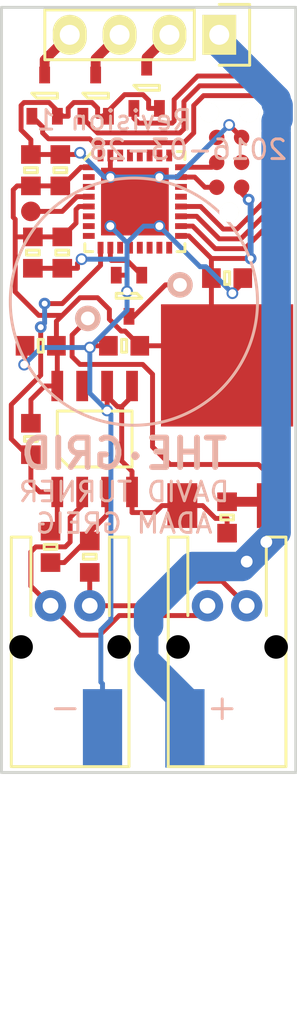
<source format=kicad_pcb>
(kicad_pcb (version 20171130) (host pcbnew "(5.1.12)-1")

  (general
    (thickness 1.6)
    (drawings 8)
    (tracks 307)
    (zones 0)
    (modules 25)
    (nets 19)
  )

  (page A4)
  (layers
    (0 F.Cu signal)
    (31 B.Cu signal)
    (32 B.Adhes user hide)
    (33 F.Adhes user hide)
    (34 B.Paste user hide)
    (35 F.Paste user hide)
    (36 B.SilkS user hide)
    (37 F.SilkS user hide)
    (38 B.Mask user hide)
    (39 F.Mask user hide)
    (40 Dwgs.User user hide)
    (41 Cmts.User user hide)
    (42 Eco1.User user hide)
    (43 Eco2.User user hide)
    (44 Edge.Cuts user)
    (45 Margin user hide)
    (46 B.CrtYd user hide)
    (47 F.CrtYd user hide)
    (48 B.Fab user hide)
    (49 F.Fab user hide)
  )

  (setup
    (last_trace_width 0.25)
    (user_trace_width 0.3)
    (user_trace_width 0.4)
    (user_trace_width 0.5)
    (user_trace_width 0.75)
    (user_trace_width 1)
    (user_trace_width 1.5)
    (trace_clearance 0.15)
    (zone_clearance 0.25)
    (zone_45_only no)
    (trace_min 0.25)
    (via_size 0.6)
    (via_drill 0.4)
    (via_min_size 0.6)
    (via_min_drill 0.4)
    (user_via 1 0.6)
    (user_via 1.25 0.75)
    (user_via 1.5 1)
    (uvia_size 0.6)
    (uvia_drill 0.4)
    (uvias_allowed no)
    (uvia_min_size 0.6)
    (uvia_min_drill 0.4)
    (edge_width 0.15)
    (segment_width 0.2)
    (pcb_text_width 0.3)
    (pcb_text_size 1.5 1.5)
    (mod_edge_width 0.15)
    (mod_text_size 1 1)
    (mod_text_width 0.15)
    (pad_size 1.524 1.524)
    (pad_drill 0.762)
    (pad_to_mask_clearance 0)
    (aux_axis_origin 0 0)
    (visible_elements 7FFFFFFF)
    (pcbplotparams
      (layerselection 0x010f8_80000001)
      (usegerberextensions true)
      (usegerberattributes true)
      (usegerberadvancedattributes true)
      (creategerberjobfile true)
      (excludeedgelayer true)
      (linewidth 0.100000)
      (plotframeref false)
      (viasonmask false)
      (mode 1)
      (useauxorigin false)
      (hpglpennumber 1)
      (hpglpenspeed 20)
      (hpglpendiameter 15.000000)
      (psnegative false)
      (psa4output false)
      (plotreference true)
      (plotvalue true)
      (plotinvisibletext false)
      (padsonsilk false)
      (subtractmaskfromsilk false)
      (outputformat 1)
      (mirror false)
      (drillshape 0)
      (scaleselection 1)
      (outputdirectory "gerbers"))
  )

  (net 0 "")
  (net 1 GND)
  (net 2 +3V3)
  (net 3 +12V)
  (net 4 /BUS)
  (net 5 /BUS_A)
  (net 6 /BUS_B)
  (net 7 /SWDIO)
  (net 8 /SWDCLK)
  (net 9 /DRIVE_R)
  (net 10 /DRIVE_G)
  (net 11 /DRIVE_B)
  (net 12 "Net-(Q4-Pad3)")
  (net 13 /PIEZO)
  (net 14 /LED_R)
  (net 15 /LED_G)
  (net 16 /LED_B)
  (net 17 "Net-(IC2-Pad4)")
  (net 18 "Net-(IC1-Pad3)")

  (net_class Default "This is the default net class."
    (clearance 0.15)
    (trace_width 0.25)
    (via_dia 0.6)
    (via_drill 0.4)
    (uvia_dia 0.6)
    (uvia_drill 0.4)
    (add_net +12V)
    (add_net +3V3)
    (add_net /BUS)
    (add_net /BUS_A)
    (add_net /BUS_B)
    (add_net /DRIVE_B)
    (add_net /DRIVE_G)
    (add_net /DRIVE_R)
    (add_net /LED_B)
    (add_net /LED_G)
    (add_net /LED_R)
    (add_net /PIEZO)
    (add_net /SWDCLK)
    (add_net /SWDIO)
    (add_net GND)
    (add_net "Net-(IC1-Pad3)")
    (add_net "Net-(IC2-Pad4)")
    (add_net "Net-(Q4-Pad3)")
  )

  (module SOIC-8 (layer F.Cu) (tedit 56F7F9DF) (tstamp 56F7FB68)
    (at 120.75 98 90)
    (path /56F1CC5E)
    (fp_text reference IC1 (at 0 -3.45 90) (layer F.Fab) hide
      (effects (font (size 1 1) (thickness 0.15)))
    )
    (fp_text value LMx93 (at 0 3.45 90) (layer F.Fab) hide
      (effects (font (size 1 1) (thickness 0.15)))
    )
    (fp_circle (center -1.2 -1.7) (end -1.2 -1.3) (layer F.Fab) (width 0.01))
    (fp_line (start -3.75 2.75) (end -3.75 -2.75) (layer F.CrtYd) (width 0.01))
    (fp_line (start 3.75 2.75) (end -3.75 2.75) (layer F.CrtYd) (width 0.01))
    (fp_line (start 3.75 -2.75) (end 3.75 2.75) (layer F.CrtYd) (width 0.01))
    (fp_line (start -3.75 -2.75) (end 3.75 -2.75) (layer F.CrtYd) (width 0.01))
    (fp_line (start -1.425 -1.305) (end -0.825 -1.905) (layer F.SilkS) (width 0.15))
    (fp_line (start -1.425 1.905) (end -1.425 -1.305) (layer F.SilkS) (width 0.15))
    (fp_line (start 1.425 1.905) (end -1.425 1.905) (layer F.SilkS) (width 0.15))
    (fp_line (start 1.425 -1.905) (end 1.425 1.905) (layer F.SilkS) (width 0.15))
    (fp_line (start -0.825 -1.905) (end 1.425 -1.905) (layer F.SilkS) (width 0.15))
    (fp_line (start 3.1 -1.655) (end 2 -1.655) (layer F.Fab) (width 0.01))
    (fp_line (start 3.1 -2.155) (end 3.1 -1.655) (layer F.Fab) (width 0.01))
    (fp_line (start 2 -2.155) (end 3.1 -2.155) (layer F.Fab) (width 0.01))
    (fp_line (start 3.1 -0.385) (end 2 -0.385) (layer F.Fab) (width 0.01))
    (fp_line (start 3.1 -0.885) (end 3.1 -0.385) (layer F.Fab) (width 0.01))
    (fp_line (start 2 -0.885) (end 3.1 -0.885) (layer F.Fab) (width 0.01))
    (fp_line (start 3.1 0.885) (end 2 0.885) (layer F.Fab) (width 0.01))
    (fp_line (start 3.1 0.385) (end 3.1 0.885) (layer F.Fab) (width 0.01))
    (fp_line (start 2 0.385) (end 3.1 0.385) (layer F.Fab) (width 0.01))
    (fp_line (start 3.1 2.155) (end 2 2.155) (layer F.Fab) (width 0.01))
    (fp_line (start 3.1 1.655) (end 3.1 2.155) (layer F.Fab) (width 0.01))
    (fp_line (start 2 1.655) (end 3.1 1.655) (layer F.Fab) (width 0.01))
    (fp_line (start -3.1 2.155) (end -3.1 1.655) (layer F.Fab) (width 0.01))
    (fp_line (start -2 2.155) (end -3.1 2.155) (layer F.Fab) (width 0.01))
    (fp_line (start -3.1 1.655) (end -2 1.655) (layer F.Fab) (width 0.01))
    (fp_line (start -3.1 0.885) (end -3.1 0.385) (layer F.Fab) (width 0.01))
    (fp_line (start -2 0.885) (end -3.1 0.885) (layer F.Fab) (width 0.01))
    (fp_line (start -3.1 0.385) (end -2 0.385) (layer F.Fab) (width 0.01))
    (fp_line (start -3.1 -0.385) (end -3.1 -0.885) (layer F.Fab) (width 0.01))
    (fp_line (start -2 -0.385) (end -3.1 -0.385) (layer F.Fab) (width 0.01))
    (fp_line (start -3.1 -0.885) (end -2 -0.885) (layer F.Fab) (width 0.01))
    (fp_line (start -3.1 -1.655) (end -3.1 -2.155) (layer F.Fab) (width 0.01))
    (fp_line (start -2 -1.655) (end -3.1 -1.655) (layer F.Fab) (width 0.01))
    (fp_line (start -3.1 -2.155) (end -2 -2.155) (layer F.Fab) (width 0.01))
    (fp_line (start -2 2.5) (end -2 -2.5) (layer F.Fab) (width 0.01))
    (fp_line (start 2 2.5) (end -2 2.5) (layer F.Fab) (width 0.01))
    (fp_line (start 2 -2.5) (end 2 2.5) (layer F.Fab) (width 0.01))
    (fp_line (start -2 -2.5) (end 2 -2.5) (layer F.Fab) (width 0.01))
    (pad 1 smd rect (at -2.7 -1.905 90) (size 1.55 0.6) (layers F.Cu F.Paste F.Mask)
      (net 4 /BUS))
    (pad 2 smd rect (at -2.7 -0.635 90) (size 1.55 0.6) (layers F.Cu F.Paste F.Mask)
      (net 5 /BUS_A))
    (pad 3 smd rect (at -2.7 0.635 90) (size 1.55 0.6) (layers F.Cu F.Paste F.Mask)
      (net 18 "Net-(IC1-Pad3)"))
    (pad 4 smd rect (at -2.7 1.905 90) (size 1.55 0.6) (layers F.Cu F.Paste F.Mask)
      (net 1 GND))
    (pad 5 smd rect (at 2.7 1.905 90) (size 1.55 0.6) (layers F.Cu F.Paste F.Mask)
      (net 1 GND))
    (pad 6 smd rect (at 2.7 0.635 90) (size 1.55 0.6) (layers F.Cu F.Paste F.Mask)
      (net 1 GND))
    (pad 7 smd rect (at 2.7 -0.635 90) (size 1.55 0.6) (layers F.Cu F.Paste F.Mask))
    (pad 8 smd rect (at 2.7 -1.905 90) (size 1.55 0.6) (layers F.Cu F.Paste F.Mask)
      (net 2 +3V3))
  )

  (module agg:S02B-PASK-2 (layer F.Cu) (tedit 56F7F970) (tstamp 56F7FC3C)
    (at 119.5 106.5 180)
    (path /56F1CD9E)
    (fp_text reference P2 (at 0 -9.15 180) (layer F.Fab) hide
      (effects (font (size 1 1) (thickness 0.15)))
    )
    (fp_text value BUS_IN (at 0 4.45 180) (layer F.Fab) hide
      (effects (font (size 1 1) (thickness 0.15)))
    )
    (fp_line (start -3.25 3.75) (end -3.25 -8.45) (layer F.CrtYd) (width 0.01))
    (fp_line (start 3.25 3.75) (end -3.25 3.75) (layer F.CrtYd) (width 0.01))
    (fp_line (start 3.25 -8.45) (end 3.25 3.75) (layer F.CrtYd) (width 0.01))
    (fp_line (start -3.25 -8.45) (end 3.25 -8.45) (layer F.CrtYd) (width 0.01))
    (fp_line (start -1.25 -0.25) (end -0.75 -0.25) (layer F.Fab) (width 0.01))
    (fp_line (start -1.25 0.25) (end -1.25 -0.5) (layer F.Fab) (width 0.01))
    (fp_line (start -0.75 0.25) (end -1.25 0.25) (layer F.Fab) (width 0.01))
    (fp_line (start -0.75 -0.5) (end -0.75 0.25) (layer F.Fab) (width 0.01))
    (fp_line (start -1.25 -0.5) (end -0.75 -0.5) (layer F.Fab) (width 0.01))
    (fp_line (start 0.75 -0.25) (end 1.25 -0.25) (layer F.Fab) (width 0.01))
    (fp_line (start 0.75 0.25) (end 0.75 -0.5) (layer F.Fab) (width 0.01))
    (fp_line (start 1.25 0.25) (end 0.75 0.25) (layer F.Fab) (width 0.01))
    (fp_line (start 1.25 -0.5) (end 1.25 0.25) (layer F.Fab) (width 0.01))
    (fp_line (start 0.75 -0.5) (end 1.25 -0.5) (layer F.Fab) (width 0.01))
    (fp_line (start -3 -1.7) (end -3 -2.5) (layer F.Fab) (width 0.01))
    (fp_line (start -2.4 -1.7) (end -3 -1.7) (layer F.Fab) (width 0.01))
    (fp_line (start -2.4 -2.5) (end -2.4 -1.7) (layer F.Fab) (width 0.01))
    (fp_line (start -3 -2.5) (end -2.4 -2.5) (layer F.Fab) (width 0.01))
    (fp_line (start 2.4 -1.7) (end 2.4 -2.5) (layer F.Fab) (width 0.01))
    (fp_line (start 3 -1.7) (end 2.4 -1.7) (layer F.Fab) (width 0.01))
    (fp_line (start 3 -2.5) (end 3 -1.7) (layer F.Fab) (width 0.01))
    (fp_line (start 2.4 -2.5) (end 3 -2.5) (layer F.Fab) (width 0.01))
    (fp_line (start -2 3.5) (end -2 -0.5) (layer F.Fab) (width 0.01))
    (fp_line (start -3 3.5) (end -2 3.5) (layer F.Fab) (width 0.01))
    (fp_line (start -3 -8.2) (end -3 3.5) (layer F.Fab) (width 0.01))
    (fp_line (start 2 -0.5) (end -2 -0.5) (layer F.Fab) (width 0.01))
    (fp_line (start 2 3.5) (end 2 -0.5) (layer F.Fab) (width 0.01))
    (fp_line (start 3 3.5) (end 2 3.5) (layer F.Fab) (width 0.01))
    (fp_line (start 3 -8.2) (end 3 3.5) (layer F.Fab) (width 0.01))
    (fp_line (start -3 -8.2) (end 3 -8.2) (layer F.Fab) (width 0.01))
    (fp_line (start -2 3.5) (end -2 -0.5) (layer F.SilkS) (width 0.15))
    (fp_line (start -3 3.5) (end -2 3.5) (layer F.SilkS) (width 0.15))
    (fp_line (start -3 -8.2) (end -3 3.5) (layer F.SilkS) (width 0.15))
    (fp_line (start 2 3.5) (end 2 -0.5) (layer F.SilkS) (width 0.15))
    (fp_line (start 3 3.5) (end 2 3.5) (layer F.SilkS) (width 0.15))
    (fp_line (start 3 -8.2) (end 3 3.5) (layer F.SilkS) (width 0.15))
    (fp_line (start -3 -8.2) (end 3 -8.2) (layer F.SilkS) (width 0.15))
    (pad "" np_thru_hole circle (at 2.5 -2.1 180) (size 1.2 1.2) (drill 1.2) (layers *.Mask))
    (pad "" np_thru_hole circle (at -2.5 -2.1 180) (size 1.2 1.2) (drill 1.2) (layers *.Mask))
    (pad 1 thru_hole circle (at 1 0 180) (size 1.6 1.6) (drill 0.8) (layers *.Cu *.Mask)
      (net 5 /BUS_A))
    (pad 2 thru_hole circle (at -1 0 180) (size 1.6 1.6) (drill 0.8) (layers *.Cu *.Mask)
      (net 6 /BUS_B))
  )

  (module thegrid:minipow_edge (layer B.Cu) (tedit 56F7F977) (tstamp 56F7FC0F)
    (at 123.25 114.75 180)
    (path /56F1CD31)
    (fp_text reference P1 (at 0.5 -2.5 180) (layer B.SilkS) hide
      (effects (font (size 1 1) (thickness 0.15)) (justify mirror))
    )
    (fp_text value POWER_IN (at 0 5 180) (layer B.SilkS) hide
      (effects (font (size 1 1) (thickness 0.15)) (justify mirror))
    )
    (fp_line (start 5 0) (end -5 0) (layer B.Fab) (width 0.15))
    (fp_line (start 5 -13) (end 5 0) (layer B.Fab) (width 0.15))
    (fp_line (start -5 -13) (end 5 -13) (layer B.Fab) (width 0.15))
    (fp_line (start -5 0) (end -5 -13) (layer B.Fab) (width 0.15))
    (fp_line (start 7 -10) (end 5 -10) (layer B.Fab) (width 0.15))
    (fp_line (start 5 -13) (end 7 -10) (layer B.Fab) (width 0.15))
    (fp_line (start 1 3) (end 1 0) (layer B.Fab) (width 0.15))
    (fp_line (start 3 3) (end 1 3) (layer B.Fab) (width 0.15))
    (fp_line (start 3 0) (end 3 3) (layer B.Fab) (width 0.15))
    (fp_line (start -3 3) (end -3 0) (layer B.Fab) (width 0.15))
    (fp_line (start -1 3) (end -3 3) (layer B.Fab) (width 0.15))
    (fp_line (start -1 0) (end -1 3) (layer B.Fab) (width 0.15))
    (fp_line (start 4.5 3) (end 3.5 3) (layer B.SilkS) (width 0.15))
    (fp_line (start -3.5 3) (end -4.5 3) (layer B.SilkS) (width 0.15))
    (fp_line (start -4 3.5) (end -4 2.5) (layer B.SilkS) (width 0.15))
    (pad 1 smd rect (at 2.1 2) (size 2 4) (layers B.Cu B.Mask)
      (net 1 GND))
    (pad 2 smd rect (at -2.1 2) (size 2 4) (layers B.Cu B.Mask)
      (net 3 +12V))
  )

  (module agg:0603 (layer F.Cu) (tedit 56F7F9DB) (tstamp 56F7FABE)
    (at 118 93.25)
    (path /56F1D5B2)
    (fp_text reference C1 (at -2.225 0 90) (layer F.Fab) hide
      (effects (font (size 1 1) (thickness 0.15)))
    )
    (fp_text value 100n (at 2.225 0 90) (layer F.Fab) hide
      (effects (font (size 1 1) (thickness 0.15)))
    )
    (fp_line (start -1.55 0.75) (end -1.55 -0.75) (layer F.CrtYd) (width 0.01))
    (fp_line (start 1.55 0.75) (end -1.55 0.75) (layer F.CrtYd) (width 0.01))
    (fp_line (start 1.55 -0.75) (end 1.55 0.75) (layer F.CrtYd) (width 0.01))
    (fp_line (start -1.55 -0.75) (end 1.55 -0.75) (layer F.CrtYd) (width 0.01))
    (fp_line (start -0.125 0.325) (end -0.125 -0.325) (layer F.SilkS) (width 0.15))
    (fp_line (start 0.125 0.325) (end -0.125 0.325) (layer F.SilkS) (width 0.15))
    (fp_line (start 0.125 -0.325) (end 0.125 0.325) (layer F.SilkS) (width 0.15))
    (fp_line (start -0.125 -0.325) (end 0.125 -0.325) (layer F.SilkS) (width 0.15))
    (fp_line (start 0.45 -0.4) (end 0.45 0.4) (layer F.Fab) (width 0.01))
    (fp_line (start -0.45 -0.4) (end -0.45 0.4) (layer F.Fab) (width 0.01))
    (fp_line (start -0.8 0.4) (end -0.8 -0.4) (layer F.Fab) (width 0.01))
    (fp_line (start 0.8 0.4) (end -0.8 0.4) (layer F.Fab) (width 0.01))
    (fp_line (start 0.8 -0.4) (end 0.8 0.4) (layer F.Fab) (width 0.01))
    (fp_line (start -0.8 -0.4) (end 0.8 -0.4) (layer F.Fab) (width 0.01))
    (pad 1 smd rect (at -0.8 0) (size 0.95 1) (layers F.Cu F.Paste F.Mask)
      (net 1 GND))
    (pad 2 smd rect (at 0.8 0) (size 0.95 1) (layers F.Cu F.Paste F.Mask)
      (net 2 +3V3))
  )

  (module agg:0603 (layer F.Cu) (tedit 56F83942) (tstamp 56F7FAD2)
    (at 117.5 84.3 90)
    (path /56F1DA30)
    (fp_text reference C2 (at -2.225 0 180) (layer F.Fab) hide
      (effects (font (size 1 1) (thickness 0.15)))
    )
    (fp_text value 4u7 (at 2.225 0 180) (layer F.Fab) hide
      (effects (font (size 1 1) (thickness 0.15)))
    )
    (fp_line (start -1.55 0.75) (end -1.55 -0.75) (layer F.CrtYd) (width 0.01))
    (fp_line (start 1.55 0.75) (end -1.55 0.75) (layer F.CrtYd) (width 0.01))
    (fp_line (start 1.55 -0.75) (end 1.55 0.75) (layer F.CrtYd) (width 0.01))
    (fp_line (start -1.55 -0.75) (end 1.55 -0.75) (layer F.CrtYd) (width 0.01))
    (fp_line (start -0.125 0.325) (end -0.125 -0.325) (layer F.SilkS) (width 0.15))
    (fp_line (start 0.125 0.325) (end -0.125 0.325) (layer F.SilkS) (width 0.15))
    (fp_line (start 0.125 -0.325) (end 0.125 0.325) (layer F.SilkS) (width 0.15))
    (fp_line (start -0.125 -0.325) (end 0.125 -0.325) (layer F.SilkS) (width 0.15))
    (fp_line (start 0.45 -0.4) (end 0.45 0.4) (layer F.Fab) (width 0.01))
    (fp_line (start -0.45 -0.4) (end -0.45 0.4) (layer F.Fab) (width 0.01))
    (fp_line (start -0.8 0.4) (end -0.8 -0.4) (layer F.Fab) (width 0.01))
    (fp_line (start 0.8 0.4) (end -0.8 0.4) (layer F.Fab) (width 0.01))
    (fp_line (start 0.8 -0.4) (end 0.8 0.4) (layer F.Fab) (width 0.01))
    (fp_line (start -0.8 -0.4) (end 0.8 -0.4) (layer F.Fab) (width 0.01))
    (pad 1 smd rect (at -0.8 0 90) (size 0.95 1) (layers F.Cu F.Paste F.Mask)
      (net 2 +3V3))
    (pad 2 smd rect (at 0.8 0 90) (size 0.95 1) (layers F.Cu F.Paste F.Mask)
      (net 1 GND))
  )

  (module agg:0603 (layer F.Cu) (tedit 56F83945) (tstamp 56F7FAE6)
    (at 119 84.3 90)
    (path /56F1D9E7)
    (fp_text reference C3 (at -2.225 0 180) (layer F.Fab) hide
      (effects (font (size 1 1) (thickness 0.15)))
    )
    (fp_text value 100n (at 2.225 0 180) (layer F.Fab) hide
      (effects (font (size 1 1) (thickness 0.15)))
    )
    (fp_line (start -1.55 0.75) (end -1.55 -0.75) (layer F.CrtYd) (width 0.01))
    (fp_line (start 1.55 0.75) (end -1.55 0.75) (layer F.CrtYd) (width 0.01))
    (fp_line (start 1.55 -0.75) (end 1.55 0.75) (layer F.CrtYd) (width 0.01))
    (fp_line (start -1.55 -0.75) (end 1.55 -0.75) (layer F.CrtYd) (width 0.01))
    (fp_line (start -0.125 0.325) (end -0.125 -0.325) (layer F.SilkS) (width 0.15))
    (fp_line (start 0.125 0.325) (end -0.125 0.325) (layer F.SilkS) (width 0.15))
    (fp_line (start 0.125 -0.325) (end 0.125 0.325) (layer F.SilkS) (width 0.15))
    (fp_line (start -0.125 -0.325) (end 0.125 -0.325) (layer F.SilkS) (width 0.15))
    (fp_line (start 0.45 -0.4) (end 0.45 0.4) (layer F.Fab) (width 0.01))
    (fp_line (start -0.45 -0.4) (end -0.45 0.4) (layer F.Fab) (width 0.01))
    (fp_line (start -0.8 0.4) (end -0.8 -0.4) (layer F.Fab) (width 0.01))
    (fp_line (start 0.8 0.4) (end -0.8 0.4) (layer F.Fab) (width 0.01))
    (fp_line (start 0.8 -0.4) (end 0.8 0.4) (layer F.Fab) (width 0.01))
    (fp_line (start -0.8 -0.4) (end 0.8 -0.4) (layer F.Fab) (width 0.01))
    (pad 1 smd rect (at -0.8 0 90) (size 0.95 1) (layers F.Cu F.Paste F.Mask)
      (net 2 +3V3))
    (pad 2 smd rect (at 0.8 0 90) (size 0.95 1) (layers F.Cu F.Paste F.Mask)
      (net 1 GND))
  )

  (module agg:0603 (layer F.Cu) (tedit 56F8394C) (tstamp 56F7FAFA)
    (at 119.1 88.5 270)
    (path /56F1DB0A)
    (fp_text reference C4 (at -2.225 0) (layer F.Fab) hide
      (effects (font (size 1 1) (thickness 0.15)))
    )
    (fp_text value 10n (at 2.225 0) (layer F.Fab) hide
      (effects (font (size 1 1) (thickness 0.15)))
    )
    (fp_line (start -1.55 0.75) (end -1.55 -0.75) (layer F.CrtYd) (width 0.01))
    (fp_line (start 1.55 0.75) (end -1.55 0.75) (layer F.CrtYd) (width 0.01))
    (fp_line (start 1.55 -0.75) (end 1.55 0.75) (layer F.CrtYd) (width 0.01))
    (fp_line (start -1.55 -0.75) (end 1.55 -0.75) (layer F.CrtYd) (width 0.01))
    (fp_line (start -0.125 0.325) (end -0.125 -0.325) (layer F.SilkS) (width 0.15))
    (fp_line (start 0.125 0.325) (end -0.125 0.325) (layer F.SilkS) (width 0.15))
    (fp_line (start 0.125 -0.325) (end 0.125 0.325) (layer F.SilkS) (width 0.15))
    (fp_line (start -0.125 -0.325) (end 0.125 -0.325) (layer F.SilkS) (width 0.15))
    (fp_line (start 0.45 -0.4) (end 0.45 0.4) (layer F.Fab) (width 0.01))
    (fp_line (start -0.45 -0.4) (end -0.45 0.4) (layer F.Fab) (width 0.01))
    (fp_line (start -0.8 0.4) (end -0.8 -0.4) (layer F.Fab) (width 0.01))
    (fp_line (start 0.8 0.4) (end -0.8 0.4) (layer F.Fab) (width 0.01))
    (fp_line (start 0.8 -0.4) (end 0.8 0.4) (layer F.Fab) (width 0.01))
    (fp_line (start -0.8 -0.4) (end 0.8 -0.4) (layer F.Fab) (width 0.01))
    (pad 1 smd rect (at -0.8 0 270) (size 0.95 1) (layers F.Cu F.Paste F.Mask)
      (net 2 +3V3))
    (pad 2 smd rect (at 0.8 0 270) (size 0.95 1) (layers F.Cu F.Paste F.Mask)
      (net 1 GND))
  )

  (module agg:0603 (layer F.Cu) (tedit 56F83955) (tstamp 56F7FB0E)
    (at 127.5 89.8)
    (path /56F842FC)
    (fp_text reference C5 (at -2.225 0 90) (layer F.Fab) hide
      (effects (font (size 1 1) (thickness 0.15)))
    )
    (fp_text value 100n (at 2.225 0 90) (layer F.Fab) hide
      (effects (font (size 1 1) (thickness 0.15)))
    )
    (fp_line (start -1.55 0.75) (end -1.55 -0.75) (layer F.CrtYd) (width 0.01))
    (fp_line (start 1.55 0.75) (end -1.55 0.75) (layer F.CrtYd) (width 0.01))
    (fp_line (start 1.55 -0.75) (end 1.55 0.75) (layer F.CrtYd) (width 0.01))
    (fp_line (start -1.55 -0.75) (end 1.55 -0.75) (layer F.CrtYd) (width 0.01))
    (fp_line (start -0.125 0.325) (end -0.125 -0.325) (layer F.SilkS) (width 0.15))
    (fp_line (start 0.125 0.325) (end -0.125 0.325) (layer F.SilkS) (width 0.15))
    (fp_line (start 0.125 -0.325) (end 0.125 0.325) (layer F.SilkS) (width 0.15))
    (fp_line (start -0.125 -0.325) (end 0.125 -0.325) (layer F.SilkS) (width 0.15))
    (fp_line (start 0.45 -0.4) (end 0.45 0.4) (layer F.Fab) (width 0.01))
    (fp_line (start -0.45 -0.4) (end -0.45 0.4) (layer F.Fab) (width 0.01))
    (fp_line (start -0.8 0.4) (end -0.8 -0.4) (layer F.Fab) (width 0.01))
    (fp_line (start 0.8 0.4) (end -0.8 0.4) (layer F.Fab) (width 0.01))
    (fp_line (start 0.8 -0.4) (end 0.8 0.4) (layer F.Fab) (width 0.01))
    (fp_line (start -0.8 -0.4) (end 0.8 -0.4) (layer F.Fab) (width 0.01))
    (pad 1 smd rect (at -0.8 0) (size 0.95 1) (layers F.Cu F.Paste F.Mask)
      (net 2 +3V3))
    (pad 2 smd rect (at 0.8 0) (size 0.95 1) (layers F.Cu F.Paste F.Mask)
      (net 1 GND))
  )

  (module agg:0603 (layer F.Cu) (tedit 56F7FAC3) (tstamp 56F7FB22)
    (at 127.5 102 270)
    (path /56F59EF4)
    (fp_text reference C6 (at -2.225 0) (layer F.Fab) hide
      (effects (font (size 1 1) (thickness 0.15)))
    )
    (fp_text value 100n (at 2.225 0) (layer F.Fab) hide
      (effects (font (size 1 1) (thickness 0.15)))
    )
    (fp_line (start -1.55 0.75) (end -1.55 -0.75) (layer F.CrtYd) (width 0.01))
    (fp_line (start 1.55 0.75) (end -1.55 0.75) (layer F.CrtYd) (width 0.01))
    (fp_line (start 1.55 -0.75) (end 1.55 0.75) (layer F.CrtYd) (width 0.01))
    (fp_line (start -1.55 -0.75) (end 1.55 -0.75) (layer F.CrtYd) (width 0.01))
    (fp_line (start -0.125 0.325) (end -0.125 -0.325) (layer F.SilkS) (width 0.15))
    (fp_line (start 0.125 0.325) (end -0.125 0.325) (layer F.SilkS) (width 0.15))
    (fp_line (start 0.125 -0.325) (end 0.125 0.325) (layer F.SilkS) (width 0.15))
    (fp_line (start -0.125 -0.325) (end 0.125 -0.325) (layer F.SilkS) (width 0.15))
    (fp_line (start 0.45 -0.4) (end 0.45 0.4) (layer F.Fab) (width 0.01))
    (fp_line (start -0.45 -0.4) (end -0.45 0.4) (layer F.Fab) (width 0.01))
    (fp_line (start -0.8 0.4) (end -0.8 -0.4) (layer F.Fab) (width 0.01))
    (fp_line (start 0.8 0.4) (end -0.8 0.4) (layer F.Fab) (width 0.01))
    (fp_line (start 0.8 -0.4) (end 0.8 0.4) (layer F.Fab) (width 0.01))
    (fp_line (start -0.8 -0.4) (end 0.8 -0.4) (layer F.Fab) (width 0.01))
    (pad 1 smd rect (at -0.8 0 270) (size 0.95 1) (layers F.Cu F.Paste F.Mask)
      (net 3 +12V))
    (pad 2 smd rect (at 0.8 0 270) (size 0.95 1) (layers F.Cu F.Paste F.Mask)
      (net 1 GND))
  )

  (module agg:0603 (layer F.Cu) (tedit 56F7FAE0) (tstamp 56F7FB36)
    (at 122.25 93.25 180)
    (path /56F5A02D)
    (fp_text reference C7 (at -2.225 0 270) (layer F.Fab) hide
      (effects (font (size 1 1) (thickness 0.15)))
    )
    (fp_text value 10u (at 2.225 0 270) (layer F.Fab) hide
      (effects (font (size 1 1) (thickness 0.15)))
    )
    (fp_line (start -1.55 0.75) (end -1.55 -0.75) (layer F.CrtYd) (width 0.01))
    (fp_line (start 1.55 0.75) (end -1.55 0.75) (layer F.CrtYd) (width 0.01))
    (fp_line (start 1.55 -0.75) (end 1.55 0.75) (layer F.CrtYd) (width 0.01))
    (fp_line (start -1.55 -0.75) (end 1.55 -0.75) (layer F.CrtYd) (width 0.01))
    (fp_line (start -0.125 0.325) (end -0.125 -0.325) (layer F.SilkS) (width 0.15))
    (fp_line (start 0.125 0.325) (end -0.125 0.325) (layer F.SilkS) (width 0.15))
    (fp_line (start 0.125 -0.325) (end 0.125 0.325) (layer F.SilkS) (width 0.15))
    (fp_line (start -0.125 -0.325) (end 0.125 -0.325) (layer F.SilkS) (width 0.15))
    (fp_line (start 0.45 -0.4) (end 0.45 0.4) (layer F.Fab) (width 0.01))
    (fp_line (start -0.45 -0.4) (end -0.45 0.4) (layer F.Fab) (width 0.01))
    (fp_line (start -0.8 0.4) (end -0.8 -0.4) (layer F.Fab) (width 0.01))
    (fp_line (start 0.8 0.4) (end -0.8 0.4) (layer F.Fab) (width 0.01))
    (fp_line (start 0.8 -0.4) (end 0.8 0.4) (layer F.Fab) (width 0.01))
    (fp_line (start -0.8 -0.4) (end 0.8 -0.4) (layer F.Fab) (width 0.01))
    (pad 1 smd rect (at -0.8 0 180) (size 0.95 1) (layers F.Cu F.Paste F.Mask)
      (net 2 +3V3))
    (pad 2 smd rect (at 0.8 0 180) (size 0.95 1) (layers F.Cu F.Paste F.Mask)
      (net 1 GND))
  )

  (module agg:S02B-PASK-2 (layer F.Cu) (tedit 56F7F974) (tstamp 56F7FC69)
    (at 127.5 106.5 180)
    (path /56F1D07F)
    (fp_text reference P3 (at 0 -9.15 180) (layer F.Fab) hide
      (effects (font (size 1 1) (thickness 0.15)))
    )
    (fp_text value BUS_OUT (at 0 4.45 180) (layer F.Fab) hide
      (effects (font (size 1 1) (thickness 0.15)))
    )
    (fp_line (start -3.25 3.75) (end -3.25 -8.45) (layer F.CrtYd) (width 0.01))
    (fp_line (start 3.25 3.75) (end -3.25 3.75) (layer F.CrtYd) (width 0.01))
    (fp_line (start 3.25 -8.45) (end 3.25 3.75) (layer F.CrtYd) (width 0.01))
    (fp_line (start -3.25 -8.45) (end 3.25 -8.45) (layer F.CrtYd) (width 0.01))
    (fp_line (start -1.25 -0.25) (end -0.75 -0.25) (layer F.Fab) (width 0.01))
    (fp_line (start -1.25 0.25) (end -1.25 -0.5) (layer F.Fab) (width 0.01))
    (fp_line (start -0.75 0.25) (end -1.25 0.25) (layer F.Fab) (width 0.01))
    (fp_line (start -0.75 -0.5) (end -0.75 0.25) (layer F.Fab) (width 0.01))
    (fp_line (start -1.25 -0.5) (end -0.75 -0.5) (layer F.Fab) (width 0.01))
    (fp_line (start 0.75 -0.25) (end 1.25 -0.25) (layer F.Fab) (width 0.01))
    (fp_line (start 0.75 0.25) (end 0.75 -0.5) (layer F.Fab) (width 0.01))
    (fp_line (start 1.25 0.25) (end 0.75 0.25) (layer F.Fab) (width 0.01))
    (fp_line (start 1.25 -0.5) (end 1.25 0.25) (layer F.Fab) (width 0.01))
    (fp_line (start 0.75 -0.5) (end 1.25 -0.5) (layer F.Fab) (width 0.01))
    (fp_line (start -3 -1.7) (end -3 -2.5) (layer F.Fab) (width 0.01))
    (fp_line (start -2.4 -1.7) (end -3 -1.7) (layer F.Fab) (width 0.01))
    (fp_line (start -2.4 -2.5) (end -2.4 -1.7) (layer F.Fab) (width 0.01))
    (fp_line (start -3 -2.5) (end -2.4 -2.5) (layer F.Fab) (width 0.01))
    (fp_line (start 2.4 -1.7) (end 2.4 -2.5) (layer F.Fab) (width 0.01))
    (fp_line (start 3 -1.7) (end 2.4 -1.7) (layer F.Fab) (width 0.01))
    (fp_line (start 3 -2.5) (end 3 -1.7) (layer F.Fab) (width 0.01))
    (fp_line (start 2.4 -2.5) (end 3 -2.5) (layer F.Fab) (width 0.01))
    (fp_line (start -2 3.5) (end -2 -0.5) (layer F.Fab) (width 0.01))
    (fp_line (start -3 3.5) (end -2 3.5) (layer F.Fab) (width 0.01))
    (fp_line (start -3 -8.2) (end -3 3.5) (layer F.Fab) (width 0.01))
    (fp_line (start 2 -0.5) (end -2 -0.5) (layer F.Fab) (width 0.01))
    (fp_line (start 2 3.5) (end 2 -0.5) (layer F.Fab) (width 0.01))
    (fp_line (start 3 3.5) (end 2 3.5) (layer F.Fab) (width 0.01))
    (fp_line (start 3 -8.2) (end 3 3.5) (layer F.Fab) (width 0.01))
    (fp_line (start -3 -8.2) (end 3 -8.2) (layer F.Fab) (width 0.01))
    (fp_line (start -2 3.5) (end -2 -0.5) (layer F.SilkS) (width 0.15))
    (fp_line (start -3 3.5) (end -2 3.5) (layer F.SilkS) (width 0.15))
    (fp_line (start -3 -8.2) (end -3 3.5) (layer F.SilkS) (width 0.15))
    (fp_line (start 2 3.5) (end 2 -0.5) (layer F.SilkS) (width 0.15))
    (fp_line (start 3 3.5) (end 2 3.5) (layer F.SilkS) (width 0.15))
    (fp_line (start 3 -8.2) (end 3 3.5) (layer F.SilkS) (width 0.15))
    (fp_line (start -3 -8.2) (end 3 -8.2) (layer F.SilkS) (width 0.15))
    (pad "" np_thru_hole circle (at 2.5 -2.1 180) (size 1.2 1.2) (drill 1.2) (layers *.Mask))
    (pad "" np_thru_hole circle (at -2.5 -2.1 180) (size 1.2 1.2) (drill 1.2) (layers *.Mask))
    (pad 1 thru_hole circle (at 1 0 180) (size 1.6 1.6) (drill 0.8) (layers *.Cu *.Mask)
      (net 5 /BUS_A))
    (pad 2 thru_hole circle (at -1 0 180) (size 1.6 1.6) (drill 0.8) (layers *.Cu *.Mask)
      (net 6 /BUS_B))
  )

  (module agg:TC2030-NL (layer F.Cu) (tedit 56F83038) (tstamp 56F7FC7A)
    (at 127.6 83.9 90)
    (path /56F1CCE2)
    (fp_text reference P4 (at 0 -2.6 90) (layer F.Fab) hide
      (effects (font (size 1 1) (thickness 0.15)))
    )
    (fp_text value SWD_TC (at 0 2.75 90) (layer F.Fab) hide
      (effects (font (size 1 1) (thickness 0.15)))
    )
    (fp_line (start 3.5 -2) (end 3.5 2) (layer F.CrtYd) (width 0.01))
    (fp_line (start 3.5 2) (end -3.5 2) (layer F.CrtYd) (width 0.01))
    (fp_line (start -3.5 2) (end -3.5 -2) (layer F.CrtYd) (width 0.01))
    (fp_line (start -3.5 -2) (end 3.5 -2) (layer F.CrtYd) (width 0.01))
    (pad 1 smd circle (at -1.27 0.64 90) (size 0.787 0.787) (layers F.Cu F.Mask)
      (net 2 +3V3))
    (pad 2 smd circle (at -1.27 -0.63 90) (size 0.787 0.787) (layers F.Cu F.Mask)
      (net 7 /SWDIO))
    (pad 3 smd circle (at 0 0.64 90) (size 0.787 0.787) (layers F.Cu F.Mask))
    (pad 4 smd circle (at 0 -0.63 90) (size 0.787 0.787) (layers F.Cu F.Mask)
      (net 8 /SWDCLK))
    (pad 5 smd circle (at 1.27 0.64 90) (size 0.787 0.787) (layers F.Cu F.Mask)
      (net 1 GND))
    (pad 6 smd circle (at 1.27 -0.63 90) (size 0.787 0.787) (layers F.Cu F.Mask))
    (pad "" np_thru_hole circle (at -2.54 0.005 90) (size 1 1) (drill 1) (layers *.Cu *.Mask F.SilkS))
    (pad "" np_thru_hole circle (at 2.54 1.021 90) (size 1 1) (drill 1) (layers *.Cu *.Mask F.SilkS))
    (pad "" np_thru_hole circle (at 2.54 -1.011 90) (size 1 1) (drill 1) (layers *.Cu *.Mask F.SilkS))
  )

  (module Pin_Headers:Pin_Header_Straight_1x04 (layer F.Cu) (tedit 56F7FB33) (tstamp 56F7FC8D)
    (at 127.1 77.4 270)
    (descr "Through hole pin header")
    (tags "pin header")
    (path /56F1CDBF)
    (fp_text reference P5 (at 0 -5.1 270) (layer F.SilkS) hide
      (effects (font (size 1 1) (thickness 0.15)))
    )
    (fp_text value LEDs (at 0 -3.1 270) (layer F.Fab) hide
      (effects (font (size 1 1) (thickness 0.15)))
    )
    (fp_line (start -1.55 -1.55) (end 1.55 -1.55) (layer F.SilkS) (width 0.15))
    (fp_line (start -1.55 0) (end -1.55 -1.55) (layer F.SilkS) (width 0.15))
    (fp_line (start 1.27 1.27) (end -1.27 1.27) (layer F.SilkS) (width 0.15))
    (fp_line (start -1.27 8.89) (end 1.27 8.89) (layer F.SilkS) (width 0.15))
    (fp_line (start 1.55 -1.55) (end 1.55 0) (layer F.SilkS) (width 0.15))
    (fp_line (start 1.27 1.27) (end 1.27 8.89) (layer F.SilkS) (width 0.15))
    (fp_line (start -1.27 1.27) (end -1.27 8.89) (layer F.SilkS) (width 0.15))
    (fp_line (start -1.75 9.4) (end 1.75 9.4) (layer F.CrtYd) (width 0.05))
    (fp_line (start -1.75 -1.75) (end 1.75 -1.75) (layer F.CrtYd) (width 0.05))
    (fp_line (start 1.75 -1.75) (end 1.75 9.4) (layer F.CrtYd) (width 0.05))
    (fp_line (start -1.75 -1.75) (end -1.75 9.4) (layer F.CrtYd) (width 0.05))
    (pad 1 thru_hole rect (at 0 0 270) (size 2.032 1.7272) (drill 1.016) (layers *.Cu *.Mask F.SilkS)
      (net 3 +12V))
    (pad 2 thru_hole oval (at 0 2.54 270) (size 2.032 1.7272) (drill 1.016) (layers *.Cu *.Mask F.SilkS)
      (net 9 /DRIVE_R))
    (pad 3 thru_hole oval (at 0 5.08 270) (size 2.032 1.7272) (drill 1.016) (layers *.Cu *.Mask F.SilkS)
      (net 10 /DRIVE_G))
    (pad 4 thru_hole oval (at 0 7.62 270) (size 2.032 1.7272) (drill 1.016) (layers *.Cu *.Mask F.SilkS)
      (net 11 /DRIVE_B))
    (model Pin_Headers.3dshapes/Pin_Header_Straight_1x04.wrl
      (offset (xyz 0 -3.809999942779541 0))
      (scale (xyz 1 1 1))
      (rotate (xyz 0 0 90))
    )
  )

  (module agg:0603 (layer F.Cu) (tedit 56F7F9E4) (tstamp 56F7FD01)
    (at 117.5 98 270)
    (path /56F5991E)
    (fp_text reference R1 (at -2.225 0) (layer F.Fab) hide
      (effects (font (size 1 1) (thickness 0.15)))
    )
    (fp_text value 10k (at 2.225 0) (layer F.Fab) hide
      (effects (font (size 1 1) (thickness 0.15)))
    )
    (fp_line (start -1.55 0.75) (end -1.55 -0.75) (layer F.CrtYd) (width 0.01))
    (fp_line (start 1.55 0.75) (end -1.55 0.75) (layer F.CrtYd) (width 0.01))
    (fp_line (start 1.55 -0.75) (end 1.55 0.75) (layer F.CrtYd) (width 0.01))
    (fp_line (start -1.55 -0.75) (end 1.55 -0.75) (layer F.CrtYd) (width 0.01))
    (fp_line (start -0.125 0.325) (end -0.125 -0.325) (layer F.SilkS) (width 0.15))
    (fp_line (start 0.125 0.325) (end -0.125 0.325) (layer F.SilkS) (width 0.15))
    (fp_line (start 0.125 -0.325) (end 0.125 0.325) (layer F.SilkS) (width 0.15))
    (fp_line (start -0.125 -0.325) (end 0.125 -0.325) (layer F.SilkS) (width 0.15))
    (fp_line (start 0.45 -0.4) (end 0.45 0.4) (layer F.Fab) (width 0.01))
    (fp_line (start -0.45 -0.4) (end -0.45 0.4) (layer F.Fab) (width 0.01))
    (fp_line (start -0.8 0.4) (end -0.8 -0.4) (layer F.Fab) (width 0.01))
    (fp_line (start 0.8 0.4) (end -0.8 0.4) (layer F.Fab) (width 0.01))
    (fp_line (start 0.8 -0.4) (end 0.8 0.4) (layer F.Fab) (width 0.01))
    (fp_line (start -0.8 -0.4) (end 0.8 -0.4) (layer F.Fab) (width 0.01))
    (pad 1 smd rect (at -0.8 0 270) (size 0.95 1) (layers F.Cu F.Paste F.Mask)
      (net 2 +3V3))
    (pad 2 smd rect (at 0.8 0 270) (size 0.95 1) (layers F.Cu F.Paste F.Mask)
      (net 4 /BUS))
  )

  (module thegrid:piezo (layer B.Cu) (tedit 56F5912E) (tstamp 56F7FD0A)
    (at 122.75 91 20)
    (path /56F594FE)
    (fp_text reference SP1 (at 0.1 -2.7 20) (layer B.SilkS) hide
      (effects (font (size 1 1) (thickness 0.15)) (justify mirror))
    )
    (fp_text value SPEAKER (at -0.1 2.9 20) (layer B.Fab) hide
      (effects (font (size 1 1) (thickness 0.15)) (justify mirror))
    )
    (fp_circle (center 0 0) (end -6.3 0) (layer B.Fab) (width 0.15))
    (fp_circle (center 0 0) (end -6.3 0) (layer B.SilkS) (width 0.15))
    (fp_circle (center 0 0) (end -1.7 0) (layer B.Fab) (width 0.15))
    (pad 1 thru_hole circle (at -2.5 0 20) (size 1.3 1.3) (drill 0.7) (layers *.Cu *.Mask B.SilkS)
      (net 3 +12V))
    (pad 2 thru_hole circle (at 2.5 0 20) (size 1.3 1.3) (drill 0.7) (layers *.Cu *.Mask B.SilkS)
      (net 12 "Net-(Q4-Pad3)"))
  )

  (module thegrid:TO-252-3 (layer F.Cu) (tedit 56F7FAA6) (tstamp 56F7FD1B)
    (at 127.5 94.25)
    (tags DPAK)
    (path /56F59E11)
    (fp_text reference U1 (at 0 4.5) (layer F.SilkS) hide
      (effects (font (size 1 1) (thickness 0.15)))
    )
    (fp_text value LD1117S33TR (at 0 9.5) (layer F.Fab) hide
      (effects (font (size 1 1) (thickness 0.15)))
    )
    (fp_line (start -3.3 -1.8) (end 3.3 -1.8) (layer F.Fab) (width 0.15))
    (fp_line (start -3.3 5.4) (end 3.3 5.4) (layer F.Fab) (width 0.15))
    (fp_line (start -3.3 -1.8) (end -3.3 5.4) (layer F.Fab) (width 0.15))
    (fp_line (start 3.3 -1.8) (end 3.3 5.4) (layer F.Fab) (width 0.15))
    (fp_line (start -1.5 8.2) (end -1.5 5.4) (layer F.Fab) (width 0.15))
    (fp_line (start -3 8.2) (end -1.5 8.2) (layer F.Fab) (width 0.15))
    (fp_line (start -3 5.4) (end -3 8.2) (layer F.Fab) (width 0.15))
    (fp_line (start 3.1 8.2) (end 3.1 5.4) (layer F.Fab) (width 0.15))
    (fp_line (start 1.5 8.2) (end 3.1 8.2) (layer F.Fab) (width 0.15))
    (fp_line (start 1.5 5.4) (end 1.5 8.2) (layer F.Fab) (width 0.15))
    (pad 2 smd rect (at 0 0) (size 6.74 6.23) (layers F.Cu F.Paste F.Mask)
      (net 2 +3V3))
    (pad 1 smd rect (at -2.28 7.145) (size 1.524 2.28) (layers F.Cu F.Paste F.Mask)
      (net 1 GND))
    (pad 3 smd rect (at 2.28 7.145) (size 1.524 2.28) (layers F.Cu F.Paste F.Mask)
      (net 3 +12V))
  )

  (module agg:QFN-32-EP-ST (layer F.Cu) (tedit 56F8303B) (tstamp 56F836B4)
    (at 122.8 85.9)
    (path /56F830E4)
    (fp_text reference IC2 (at 0 -3.6) (layer F.Fab) hide
      (effects (font (size 1 1) (thickness 0.15)))
    )
    (fp_text value STM32F0xxKxUx (at 0 3.6) (layer F.Fab) hide
      (effects (font (size 1 1) (thickness 0.15)))
    )
    (fp_circle (center -1.75 -1.75) (end -1.75 -1.35) (layer F.Fab) (width 0.01))
    (fp_line (start -2.9 2.9) (end -2.9 -2.9) (layer F.CrtYd) (width 0.01))
    (fp_line (start 2.9 2.9) (end -2.9 2.9) (layer F.CrtYd) (width 0.01))
    (fp_line (start 2.9 -2.9) (end 2.9 2.9) (layer F.CrtYd) (width 0.01))
    (fp_line (start -2.9 -2.9) (end 2.9 -2.9) (layer F.CrtYd) (width 0.01))
    (fp_line (start -2.55 2.55) (end -2.55 2.15) (layer F.SilkS) (width 0.15))
    (fp_line (start -2.15 2.55) (end -2.55 2.55) (layer F.SilkS) (width 0.15))
    (fp_line (start 2.55 2.55) (end 2.55 2.15) (layer F.SilkS) (width 0.15))
    (fp_line (start 2.15 2.55) (end 2.55 2.55) (layer F.SilkS) (width 0.15))
    (fp_line (start 2.55 -2.55) (end 2.55 -2.15) (layer F.SilkS) (width 0.15))
    (fp_line (start 2.15 -2.55) (end 2.55 -2.55) (layer F.SilkS) (width 0.15))
    (fp_line (start -2.55 -2.15) (end -2.15 -2.55) (layer F.SilkS) (width 0.15))
    (fp_line (start 1.61 2.05) (end 1.61 2.55) (layer F.Fab) (width 0.01))
    (fp_line (start 1.89 2.05) (end 1.61 2.05) (layer F.Fab) (width 0.01))
    (fp_line (start 1.89 2.55) (end 1.89 2.05) (layer F.Fab) (width 0.01))
    (fp_line (start 1.11 2.05) (end 1.11 2.55) (layer F.Fab) (width 0.01))
    (fp_line (start 1.39 2.05) (end 1.11 2.05) (layer F.Fab) (width 0.01))
    (fp_line (start 1.39 2.55) (end 1.39 2.05) (layer F.Fab) (width 0.01))
    (fp_line (start 0.61 2.05) (end 0.61 2.55) (layer F.Fab) (width 0.01))
    (fp_line (start 0.89 2.05) (end 0.61 2.05) (layer F.Fab) (width 0.01))
    (fp_line (start 0.89 2.55) (end 0.89 2.05) (layer F.Fab) (width 0.01))
    (fp_line (start 0.11 2.05) (end 0.11 2.55) (layer F.Fab) (width 0.01))
    (fp_line (start 0.39 2.05) (end 0.11 2.05) (layer F.Fab) (width 0.01))
    (fp_line (start 0.39 2.55) (end 0.39 2.05) (layer F.Fab) (width 0.01))
    (fp_line (start -0.39 2.05) (end -0.39 2.55) (layer F.Fab) (width 0.01))
    (fp_line (start -0.11 2.05) (end -0.39 2.05) (layer F.Fab) (width 0.01))
    (fp_line (start -0.11 2.55) (end -0.11 2.05) (layer F.Fab) (width 0.01))
    (fp_line (start -0.89 2.05) (end -0.89 2.55) (layer F.Fab) (width 0.01))
    (fp_line (start -0.61 2.05) (end -0.89 2.05) (layer F.Fab) (width 0.01))
    (fp_line (start -0.61 2.55) (end -0.61 2.05) (layer F.Fab) (width 0.01))
    (fp_line (start -1.39 2.05) (end -1.39 2.55) (layer F.Fab) (width 0.01))
    (fp_line (start -1.11 2.05) (end -1.39 2.05) (layer F.Fab) (width 0.01))
    (fp_line (start -1.11 2.55) (end -1.11 2.05) (layer F.Fab) (width 0.01))
    (fp_line (start -1.89 2.05) (end -1.89 2.55) (layer F.Fab) (width 0.01))
    (fp_line (start -1.61 2.05) (end -1.89 2.05) (layer F.Fab) (width 0.01))
    (fp_line (start -1.61 2.55) (end -1.61 2.05) (layer F.Fab) (width 0.01))
    (fp_line (start -1.89 -2.55) (end -1.89 -2.05) (layer F.Fab) (width 0.01))
    (fp_line (start -1.61 -2.05) (end -1.61 -2.55) (layer F.Fab) (width 0.01))
    (fp_line (start -1.89 -2.05) (end -1.61 -2.05) (layer F.Fab) (width 0.01))
    (fp_line (start -1.39 -2.55) (end -1.39 -2.05) (layer F.Fab) (width 0.01))
    (fp_line (start -1.11 -2.05) (end -1.11 -2.55) (layer F.Fab) (width 0.01))
    (fp_line (start -1.39 -2.05) (end -1.11 -2.05) (layer F.Fab) (width 0.01))
    (fp_line (start -0.89 -2.55) (end -0.89 -2.05) (layer F.Fab) (width 0.01))
    (fp_line (start -0.61 -2.05) (end -0.61 -2.55) (layer F.Fab) (width 0.01))
    (fp_line (start -0.89 -2.05) (end -0.61 -2.05) (layer F.Fab) (width 0.01))
    (fp_line (start -0.39 -2.55) (end -0.39 -2.05) (layer F.Fab) (width 0.01))
    (fp_line (start -0.11 -2.05) (end -0.11 -2.55) (layer F.Fab) (width 0.01))
    (fp_line (start -0.39 -2.05) (end -0.11 -2.05) (layer F.Fab) (width 0.01))
    (fp_line (start 0.11 -2.55) (end 0.11 -2.05) (layer F.Fab) (width 0.01))
    (fp_line (start 0.39 -2.05) (end 0.39 -2.55) (layer F.Fab) (width 0.01))
    (fp_line (start 0.11 -2.05) (end 0.39 -2.05) (layer F.Fab) (width 0.01))
    (fp_line (start 0.61 -2.55) (end 0.61 -2.05) (layer F.Fab) (width 0.01))
    (fp_line (start 0.89 -2.05) (end 0.89 -2.55) (layer F.Fab) (width 0.01))
    (fp_line (start 0.61 -2.05) (end 0.89 -2.05) (layer F.Fab) (width 0.01))
    (fp_line (start 1.11 -2.55) (end 1.11 -2.05) (layer F.Fab) (width 0.01))
    (fp_line (start 1.39 -2.05) (end 1.39 -2.55) (layer F.Fab) (width 0.01))
    (fp_line (start 1.11 -2.05) (end 1.39 -2.05) (layer F.Fab) (width 0.01))
    (fp_line (start 1.61 -2.55) (end 1.61 -2.05) (layer F.Fab) (width 0.01))
    (fp_line (start 1.89 -2.05) (end 1.89 -2.55) (layer F.Fab) (width 0.01))
    (fp_line (start 1.61 -2.05) (end 1.89 -2.05) (layer F.Fab) (width 0.01))
    (fp_line (start 2.05 -1.61) (end 2.55 -1.61) (layer F.Fab) (width 0.01))
    (fp_line (start 2.05 -1.89) (end 2.05 -1.61) (layer F.Fab) (width 0.01))
    (fp_line (start 2.55 -1.89) (end 2.05 -1.89) (layer F.Fab) (width 0.01))
    (fp_line (start 2.05 -1.11) (end 2.55 -1.11) (layer F.Fab) (width 0.01))
    (fp_line (start 2.05 -1.39) (end 2.05 -1.11) (layer F.Fab) (width 0.01))
    (fp_line (start 2.55 -1.39) (end 2.05 -1.39) (layer F.Fab) (width 0.01))
    (fp_line (start 2.05 -0.61) (end 2.55 -0.61) (layer F.Fab) (width 0.01))
    (fp_line (start 2.05 -0.89) (end 2.05 -0.61) (layer F.Fab) (width 0.01))
    (fp_line (start 2.55 -0.89) (end 2.05 -0.89) (layer F.Fab) (width 0.01))
    (fp_line (start 2.05 -0.11) (end 2.55 -0.11) (layer F.Fab) (width 0.01))
    (fp_line (start 2.05 -0.39) (end 2.05 -0.11) (layer F.Fab) (width 0.01))
    (fp_line (start 2.55 -0.39) (end 2.05 -0.39) (layer F.Fab) (width 0.01))
    (fp_line (start 2.05 0.39) (end 2.55 0.39) (layer F.Fab) (width 0.01))
    (fp_line (start 2.05 0.11) (end 2.05 0.39) (layer F.Fab) (width 0.01))
    (fp_line (start 2.55 0.11) (end 2.05 0.11) (layer F.Fab) (width 0.01))
    (fp_line (start 2.05 0.89) (end 2.55 0.89) (layer F.Fab) (width 0.01))
    (fp_line (start 2.05 0.61) (end 2.05 0.89) (layer F.Fab) (width 0.01))
    (fp_line (start 2.55 0.61) (end 2.05 0.61) (layer F.Fab) (width 0.01))
    (fp_line (start 2.05 1.39) (end 2.55 1.39) (layer F.Fab) (width 0.01))
    (fp_line (start 2.05 1.11) (end 2.05 1.39) (layer F.Fab) (width 0.01))
    (fp_line (start 2.55 1.11) (end 2.05 1.11) (layer F.Fab) (width 0.01))
    (fp_line (start 2.05 1.89) (end 2.55 1.89) (layer F.Fab) (width 0.01))
    (fp_line (start 2.05 1.61) (end 2.05 1.89) (layer F.Fab) (width 0.01))
    (fp_line (start 2.55 1.61) (end 2.05 1.61) (layer F.Fab) (width 0.01))
    (fp_line (start -2.05 1.89) (end -2.05 1.61) (layer F.Fab) (width 0.01))
    (fp_line (start -2.55 1.89) (end -2.05 1.89) (layer F.Fab) (width 0.01))
    (fp_line (start -2.05 1.61) (end -2.55 1.61) (layer F.Fab) (width 0.01))
    (fp_line (start -2.05 1.39) (end -2.05 1.11) (layer F.Fab) (width 0.01))
    (fp_line (start -2.55 1.39) (end -2.05 1.39) (layer F.Fab) (width 0.01))
    (fp_line (start -2.05 1.11) (end -2.55 1.11) (layer F.Fab) (width 0.01))
    (fp_line (start -2.05 0.89) (end -2.05 0.61) (layer F.Fab) (width 0.01))
    (fp_line (start -2.55 0.89) (end -2.05 0.89) (layer F.Fab) (width 0.01))
    (fp_line (start -2.05 0.61) (end -2.55 0.61) (layer F.Fab) (width 0.01))
    (fp_line (start -2.05 0.39) (end -2.05 0.11) (layer F.Fab) (width 0.01))
    (fp_line (start -2.55 0.39) (end -2.05 0.39) (layer F.Fab) (width 0.01))
    (fp_line (start -2.05 0.11) (end -2.55 0.11) (layer F.Fab) (width 0.01))
    (fp_line (start -2.05 -0.11) (end -2.05 -0.39) (layer F.Fab) (width 0.01))
    (fp_line (start -2.55 -0.11) (end -2.05 -0.11) (layer F.Fab) (width 0.01))
    (fp_line (start -2.05 -0.39) (end -2.55 -0.39) (layer F.Fab) (width 0.01))
    (fp_line (start -2.05 -0.61) (end -2.05 -0.89) (layer F.Fab) (width 0.01))
    (fp_line (start -2.55 -0.61) (end -2.05 -0.61) (layer F.Fab) (width 0.01))
    (fp_line (start -2.05 -0.89) (end -2.55 -0.89) (layer F.Fab) (width 0.01))
    (fp_line (start -2.05 -1.11) (end -2.05 -1.39) (layer F.Fab) (width 0.01))
    (fp_line (start -2.55 -1.11) (end -2.05 -1.11) (layer F.Fab) (width 0.01))
    (fp_line (start -2.05 -1.39) (end -2.55 -1.39) (layer F.Fab) (width 0.01))
    (fp_line (start -2.05 -1.61) (end -2.05 -1.89) (layer F.Fab) (width 0.01))
    (fp_line (start -2.55 -1.61) (end -2.05 -1.61) (layer F.Fab) (width 0.01))
    (fp_line (start -2.05 -1.89) (end -2.55 -1.89) (layer F.Fab) (width 0.01))
    (fp_line (start -2.55 2.55) (end -2.55 -2.55) (layer F.Fab) (width 0.01))
    (fp_line (start 2.55 2.55) (end -2.55 2.55) (layer F.Fab) (width 0.01))
    (fp_line (start 2.55 -2.55) (end 2.55 2.55) (layer F.Fab) (width 0.01))
    (fp_line (start -2.55 -2.55) (end 2.55 -2.55) (layer F.Fab) (width 0.01))
    (pad 1 smd rect (at -2.35 -1.75) (size 0.6 0.3) (layers F.Cu F.Paste F.Mask)
      (net 2 +3V3))
    (pad 2 smd rect (at -2.35 -1.25) (size 0.6 0.3) (layers F.Cu F.Paste F.Mask))
    (pad 3 smd rect (at -2.35 -0.75) (size 0.6 0.3) (layers F.Cu F.Paste F.Mask))
    (pad 4 smd rect (at -2.35 -0.25) (size 0.6 0.3) (layers F.Cu F.Paste F.Mask)
      (net 17 "Net-(IC2-Pad4)"))
    (pad 5 smd rect (at -2.35 0.25) (size 0.6 0.3) (layers F.Cu F.Paste F.Mask)
      (net 2 +3V3))
    (pad 6 smd rect (at -2.35 0.75) (size 0.6 0.3) (layers F.Cu F.Paste F.Mask))
    (pad 7 smd rect (at -2.35 1.25) (size 0.6 0.3) (layers F.Cu F.Paste F.Mask))
    (pad 8 smd rect (at -2.35 1.75) (size 0.6 0.3) (layers F.Cu F.Paste F.Mask))
    (pad 9 smd rect (at -1.75 2.35) (size 0.3 0.6) (layers F.Cu F.Paste F.Mask)
      (net 4 /BUS))
    (pad 10 smd rect (at -1.25 2.35) (size 0.3 0.6) (layers F.Cu F.Paste F.Mask)
      (net 13 /PIEZO))
    (pad 11 smd rect (at -0.75 2.35) (size 0.3 0.6) (layers F.Cu F.Paste F.Mask))
    (pad 12 smd rect (at -0.25 2.35) (size 0.3 0.6) (layers F.Cu F.Paste F.Mask))
    (pad 13 smd rect (at 0.25 2.35) (size 0.3 0.6) (layers F.Cu F.Paste F.Mask))
    (pad 14 smd rect (at 0.75 2.35) (size 0.3 0.6) (layers F.Cu F.Paste F.Mask))
    (pad 15 smd rect (at 1.25 2.35) (size 0.3 0.6) (layers F.Cu F.Paste F.Mask))
    (pad 16 smd rect (at 1.75 2.35) (size 0.3 0.6) (layers F.Cu F.Paste F.Mask))
    (pad 17 smd rect (at 2.35 1.75) (size 0.6 0.3) (layers F.Cu F.Paste F.Mask)
      (net 2 +3V3))
    (pad 18 smd rect (at 2.35 1.25) (size 0.6 0.3) (layers F.Cu F.Paste F.Mask)
      (net 14 /LED_R))
    (pad 19 smd rect (at 2.35 0.75) (size 0.6 0.3) (layers F.Cu F.Paste F.Mask)
      (net 15 /LED_G))
    (pad 20 smd rect (at 2.35 0.25) (size 0.6 0.3) (layers F.Cu F.Paste F.Mask)
      (net 16 /LED_B))
    (pad 21 smd rect (at 2.35 -0.25) (size 0.6 0.3) (layers F.Cu F.Paste F.Mask))
    (pad 22 smd rect (at 2.35 -0.75) (size 0.6 0.3) (layers F.Cu F.Paste F.Mask))
    (pad 23 smd rect (at 2.35 -1.25) (size 0.6 0.3) (layers F.Cu F.Paste F.Mask)
      (net 7 /SWDIO))
    (pad 24 smd rect (at 2.35 -1.75) (size 0.6 0.3) (layers F.Cu F.Paste F.Mask)
      (net 8 /SWDCLK))
    (pad 25 smd rect (at 1.75 -2.35) (size 0.3 0.6) (layers F.Cu F.Paste F.Mask))
    (pad 26 smd rect (at 1.25 -2.35) (size 0.3 0.6) (layers F.Cu F.Paste F.Mask))
    (pad 27 smd rect (at 0.75 -2.35) (size 0.3 0.6) (layers F.Cu F.Paste F.Mask))
    (pad 28 smd rect (at 0.25 -2.35) (size 0.3 0.6) (layers F.Cu F.Paste F.Mask))
    (pad 29 smd rect (at -0.25 -2.35) (size 0.3 0.6) (layers F.Cu F.Paste F.Mask))
    (pad 30 smd rect (at -0.75 -2.35) (size 0.3 0.6) (layers F.Cu F.Paste F.Mask))
    (pad 31 smd rect (at -1.25 -2.35) (size 0.3 0.6) (layers F.Cu F.Paste F.Mask)
      (net 1 GND))
    (pad 32 smd rect (at -1.75 -2.35) (size 0.3 0.6) (layers F.Cu F.Paste F.Mask))
    (pad EP smd rect (at 0 0) (size 2 2) (layers F.Cu F.Mask)
      (net 1 GND) (solder_mask_margin 0.001))
    (pad EP smd rect (at 0 0) (size 1 1) (layers F.Cu F.Paste)
      (net 1 GND) (solder_paste_margin 0.001))
    (pad EP thru_hole circle (at -1.25 -1.25) (size 0.6 0.6) (drill 0.4) (layers *.Cu)
      (net 1 GND) (zone_connect 2))
    (pad EP thru_hole circle (at -1.25 1.25) (size 0.6 0.6) (drill 0.4) (layers *.Cu)
      (net 1 GND) (zone_connect 2))
    (pad EP thru_hole circle (at 1.25 -1.25) (size 0.6 0.6) (drill 0.4) (layers *.Cu)
      (net 1 GND) (zone_connect 2))
    (pad EP thru_hole circle (at 1.25 1.25) (size 0.6 0.6) (drill 0.4) (layers *.Cu)
      (net 1 GND) (zone_connect 2))
    (pad EP smd rect (at 0 0) (size 3.45 3.45) (layers F.Cu)
      (net 1 GND))
  )

  (module agg:SOT-323 (layer F.Cu) (tedit 56F83046) (tstamp 56F8374E)
    (at 123.4 80.1 90)
    (path /56F7F4AA)
    (fp_text reference Q1 (at 0 -2 90) (layer F.Fab) hide
      (effects (font (size 1 1) (thickness 0.15)))
    )
    (fp_text value MTM232270LBF (at 0 2 90) (layer F.Fab) hide
      (effects (font (size 1 1) (thickness 0.15)))
    )
    (fp_circle (center 0.125 -0.25) (end 0.125 0.15) (layer F.Fab) (width 0.01))
    (fp_line (start -1.75 1.3) (end -1.75 -1.3) (layer F.CrtYd) (width 0.01))
    (fp_line (start 1.75 1.3) (end -1.75 1.3) (layer F.CrtYd) (width 0.01))
    (fp_line (start 1.75 -1.3) (end 1.75 1.3) (layer F.CrtYd) (width 0.01))
    (fp_line (start -1.75 -1.3) (end 1.75 -1.3) (layer F.CrtYd) (width 0.01))
    (fp_line (start -0.125 -0.4) (end 0.125 -0.65) (layer F.SilkS) (width 0.15))
    (fp_line (start -0.125 0.65) (end -0.125 -0.4) (layer F.SilkS) (width 0.15))
    (fp_line (start 0.125 0.65) (end -0.125 0.65) (layer F.SilkS) (width 0.15))
    (fp_line (start 0.125 -0.65) (end 0.125 0.65) (layer F.SilkS) (width 0.15))
    (fp_line (start 0.125 -0.65) (end 0.125 -0.65) (layer F.SilkS) (width 0.15))
    (fp_line (start 1.075 0.15) (end 0.675 0.15) (layer F.Fab) (width 0.01))
    (fp_line (start 1.075 -0.15) (end 1.075 0.15) (layer F.Fab) (width 0.01))
    (fp_line (start 0.675 -0.15) (end 1.075 -0.15) (layer F.Fab) (width 0.01))
    (fp_line (start -1.075 0.8) (end -1.075 0.5) (layer F.Fab) (width 0.01))
    (fp_line (start -0.675 0.8) (end -1.075 0.8) (layer F.Fab) (width 0.01))
    (fp_line (start -1.075 0.5) (end -0.675 0.5) (layer F.Fab) (width 0.01))
    (fp_line (start -1.075 -0.5) (end -1.075 -0.8) (layer F.Fab) (width 0.01))
    (fp_line (start -0.675 -0.5) (end -1.075 -0.5) (layer F.Fab) (width 0.01))
    (fp_line (start -1.075 -0.8) (end -0.675 -0.8) (layer F.Fab) (width 0.01))
    (fp_line (start -0.675 1.05) (end -0.675 -1.05) (layer F.Fab) (width 0.01))
    (fp_line (start 0.675 1.05) (end -0.675 1.05) (layer F.Fab) (width 0.01))
    (fp_line (start 0.675 -1.05) (end 0.675 1.05) (layer F.Fab) (width 0.01))
    (fp_line (start -0.675 -1.05) (end 0.675 -1.05) (layer F.Fab) (width 0.01))
    (pad 1 smd rect (at -1.05 -0.65 90) (size 0.85 0.55) (layers F.Cu F.Paste F.Mask)
      (net 14 /LED_R))
    (pad 2 smd rect (at -1.05 0.65 90) (size 0.85 0.55) (layers F.Cu F.Paste F.Mask)
      (net 1 GND))
    (pad 3 smd rect (at 1.05 0 90) (size 0.85 0.55) (layers F.Cu F.Paste F.Mask)
      (net 9 /DRIVE_R))
  )

  (module agg:SOT-323 (layer F.Cu) (tedit 56F83048) (tstamp 56F8376B)
    (at 120.8 80.5 90)
    (path /56F7FD6F)
    (fp_text reference Q2 (at 0 -2 90) (layer F.Fab) hide
      (effects (font (size 1 1) (thickness 0.15)))
    )
    (fp_text value MTM232270LBF (at 0 2 90) (layer F.Fab) hide
      (effects (font (size 1 1) (thickness 0.15)))
    )
    (fp_circle (center 0.125 -0.25) (end 0.125 0.15) (layer F.Fab) (width 0.01))
    (fp_line (start -1.75 1.3) (end -1.75 -1.3) (layer F.CrtYd) (width 0.01))
    (fp_line (start 1.75 1.3) (end -1.75 1.3) (layer F.CrtYd) (width 0.01))
    (fp_line (start 1.75 -1.3) (end 1.75 1.3) (layer F.CrtYd) (width 0.01))
    (fp_line (start -1.75 -1.3) (end 1.75 -1.3) (layer F.CrtYd) (width 0.01))
    (fp_line (start -0.125 -0.4) (end 0.125 -0.65) (layer F.SilkS) (width 0.15))
    (fp_line (start -0.125 0.65) (end -0.125 -0.4) (layer F.SilkS) (width 0.15))
    (fp_line (start 0.125 0.65) (end -0.125 0.65) (layer F.SilkS) (width 0.15))
    (fp_line (start 0.125 -0.65) (end 0.125 0.65) (layer F.SilkS) (width 0.15))
    (fp_line (start 0.125 -0.65) (end 0.125 -0.65) (layer F.SilkS) (width 0.15))
    (fp_line (start 1.075 0.15) (end 0.675 0.15) (layer F.Fab) (width 0.01))
    (fp_line (start 1.075 -0.15) (end 1.075 0.15) (layer F.Fab) (width 0.01))
    (fp_line (start 0.675 -0.15) (end 1.075 -0.15) (layer F.Fab) (width 0.01))
    (fp_line (start -1.075 0.8) (end -1.075 0.5) (layer F.Fab) (width 0.01))
    (fp_line (start -0.675 0.8) (end -1.075 0.8) (layer F.Fab) (width 0.01))
    (fp_line (start -1.075 0.5) (end -0.675 0.5) (layer F.Fab) (width 0.01))
    (fp_line (start -1.075 -0.5) (end -1.075 -0.8) (layer F.Fab) (width 0.01))
    (fp_line (start -0.675 -0.5) (end -1.075 -0.5) (layer F.Fab) (width 0.01))
    (fp_line (start -1.075 -0.8) (end -0.675 -0.8) (layer F.Fab) (width 0.01))
    (fp_line (start -0.675 1.05) (end -0.675 -1.05) (layer F.Fab) (width 0.01))
    (fp_line (start 0.675 1.05) (end -0.675 1.05) (layer F.Fab) (width 0.01))
    (fp_line (start 0.675 -1.05) (end 0.675 1.05) (layer F.Fab) (width 0.01))
    (fp_line (start -0.675 -1.05) (end 0.675 -1.05) (layer F.Fab) (width 0.01))
    (pad 1 smd rect (at -1.05 -0.65 90) (size 0.85 0.55) (layers F.Cu F.Paste F.Mask)
      (net 15 /LED_G))
    (pad 2 smd rect (at -1.05 0.65 90) (size 0.85 0.55) (layers F.Cu F.Paste F.Mask)
      (net 1 GND))
    (pad 3 smd rect (at 1.05 0 90) (size 0.85 0.55) (layers F.Cu F.Paste F.Mask)
      (net 10 /DRIVE_G))
  )

  (module agg:SOT-323 (layer F.Cu) (tedit 56F8304A) (tstamp 56F83788)
    (at 118.2 80.5 90)
    (path /56F7FDD0)
    (fp_text reference Q3 (at 0 -2 90) (layer F.Fab) hide
      (effects (font (size 1 1) (thickness 0.15)))
    )
    (fp_text value MTM232270LBF (at 0 2 90) (layer F.Fab) hide
      (effects (font (size 1 1) (thickness 0.15)))
    )
    (fp_circle (center 0.125 -0.25) (end 0.125 0.15) (layer F.Fab) (width 0.01))
    (fp_line (start -1.75 1.3) (end -1.75 -1.3) (layer F.CrtYd) (width 0.01))
    (fp_line (start 1.75 1.3) (end -1.75 1.3) (layer F.CrtYd) (width 0.01))
    (fp_line (start 1.75 -1.3) (end 1.75 1.3) (layer F.CrtYd) (width 0.01))
    (fp_line (start -1.75 -1.3) (end 1.75 -1.3) (layer F.CrtYd) (width 0.01))
    (fp_line (start -0.125 -0.4) (end 0.125 -0.65) (layer F.SilkS) (width 0.15))
    (fp_line (start -0.125 0.65) (end -0.125 -0.4) (layer F.SilkS) (width 0.15))
    (fp_line (start 0.125 0.65) (end -0.125 0.65) (layer F.SilkS) (width 0.15))
    (fp_line (start 0.125 -0.65) (end 0.125 0.65) (layer F.SilkS) (width 0.15))
    (fp_line (start 0.125 -0.65) (end 0.125 -0.65) (layer F.SilkS) (width 0.15))
    (fp_line (start 1.075 0.15) (end 0.675 0.15) (layer F.Fab) (width 0.01))
    (fp_line (start 1.075 -0.15) (end 1.075 0.15) (layer F.Fab) (width 0.01))
    (fp_line (start 0.675 -0.15) (end 1.075 -0.15) (layer F.Fab) (width 0.01))
    (fp_line (start -1.075 0.8) (end -1.075 0.5) (layer F.Fab) (width 0.01))
    (fp_line (start -0.675 0.8) (end -1.075 0.8) (layer F.Fab) (width 0.01))
    (fp_line (start -1.075 0.5) (end -0.675 0.5) (layer F.Fab) (width 0.01))
    (fp_line (start -1.075 -0.5) (end -1.075 -0.8) (layer F.Fab) (width 0.01))
    (fp_line (start -0.675 -0.5) (end -1.075 -0.5) (layer F.Fab) (width 0.01))
    (fp_line (start -1.075 -0.8) (end -0.675 -0.8) (layer F.Fab) (width 0.01))
    (fp_line (start -0.675 1.05) (end -0.675 -1.05) (layer F.Fab) (width 0.01))
    (fp_line (start 0.675 1.05) (end -0.675 1.05) (layer F.Fab) (width 0.01))
    (fp_line (start 0.675 -1.05) (end 0.675 1.05) (layer F.Fab) (width 0.01))
    (fp_line (start -0.675 -1.05) (end 0.675 -1.05) (layer F.Fab) (width 0.01))
    (pad 1 smd rect (at -1.05 -0.65 90) (size 0.85 0.55) (layers F.Cu F.Paste F.Mask)
      (net 16 /LED_B))
    (pad 2 smd rect (at -1.05 0.65 90) (size 0.85 0.55) (layers F.Cu F.Paste F.Mask)
      (net 1 GND))
    (pad 3 smd rect (at 1.05 0 90) (size 0.85 0.55) (layers F.Cu F.Paste F.Mask)
      (net 11 /DRIVE_B))
  )

  (module agg:SOT-323 (layer F.Cu) (tedit 56F8302E) (tstamp 56F837A5)
    (at 122.5 90.7 270)
    (path /56F7FE4E)
    (fp_text reference Q4 (at 0 -2 270) (layer F.Fab) hide
      (effects (font (size 1 1) (thickness 0.15)))
    )
    (fp_text value MTM232270LBF (at 0 2 270) (layer F.Fab) hide
      (effects (font (size 1 1) (thickness 0.15)))
    )
    (fp_circle (center 0.125 -0.25) (end 0.125 0.15) (layer F.Fab) (width 0.01))
    (fp_line (start -1.75 1.3) (end -1.75 -1.3) (layer F.CrtYd) (width 0.01))
    (fp_line (start 1.75 1.3) (end -1.75 1.3) (layer F.CrtYd) (width 0.01))
    (fp_line (start 1.75 -1.3) (end 1.75 1.3) (layer F.CrtYd) (width 0.01))
    (fp_line (start -1.75 -1.3) (end 1.75 -1.3) (layer F.CrtYd) (width 0.01))
    (fp_line (start -0.125 -0.4) (end 0.125 -0.65) (layer F.SilkS) (width 0.15))
    (fp_line (start -0.125 0.65) (end -0.125 -0.4) (layer F.SilkS) (width 0.15))
    (fp_line (start 0.125 0.65) (end -0.125 0.65) (layer F.SilkS) (width 0.15))
    (fp_line (start 0.125 -0.65) (end 0.125 0.65) (layer F.SilkS) (width 0.15))
    (fp_line (start 0.125 -0.65) (end 0.125 -0.65) (layer F.SilkS) (width 0.15))
    (fp_line (start 1.075 0.15) (end 0.675 0.15) (layer F.Fab) (width 0.01))
    (fp_line (start 1.075 -0.15) (end 1.075 0.15) (layer F.Fab) (width 0.01))
    (fp_line (start 0.675 -0.15) (end 1.075 -0.15) (layer F.Fab) (width 0.01))
    (fp_line (start -1.075 0.8) (end -1.075 0.5) (layer F.Fab) (width 0.01))
    (fp_line (start -0.675 0.8) (end -1.075 0.8) (layer F.Fab) (width 0.01))
    (fp_line (start -1.075 0.5) (end -0.675 0.5) (layer F.Fab) (width 0.01))
    (fp_line (start -1.075 -0.5) (end -1.075 -0.8) (layer F.Fab) (width 0.01))
    (fp_line (start -0.675 -0.5) (end -1.075 -0.5) (layer F.Fab) (width 0.01))
    (fp_line (start -1.075 -0.8) (end -0.675 -0.8) (layer F.Fab) (width 0.01))
    (fp_line (start -0.675 1.05) (end -0.675 -1.05) (layer F.Fab) (width 0.01))
    (fp_line (start 0.675 1.05) (end -0.675 1.05) (layer F.Fab) (width 0.01))
    (fp_line (start 0.675 -1.05) (end 0.675 1.05) (layer F.Fab) (width 0.01))
    (fp_line (start -0.675 -1.05) (end 0.675 -1.05) (layer F.Fab) (width 0.01))
    (pad 1 smd rect (at -1.05 -0.65 270) (size 0.85 0.55) (layers F.Cu F.Paste F.Mask)
      (net 13 /PIEZO))
    (pad 2 smd rect (at -1.05 0.65 270) (size 0.85 0.55) (layers F.Cu F.Paste F.Mask)
      (net 1 GND))
    (pad 3 smd rect (at 1.05 0 270) (size 0.85 0.55) (layers F.Cu F.Paste F.Mask)
      (net 12 "Net-(Q4-Pad3)"))
  )

  (module agg:0603 (layer F.Cu) (tedit 56F8394F) (tstamp 56F85BE7)
    (at 117.6 88.5 270)
    (path /56F83C48)
    (fp_text reference C8 (at -2.225 0) (layer F.Fab) hide
      (effects (font (size 1 1) (thickness 0.15)))
    )
    (fp_text value 1u (at 2.225 0) (layer F.Fab) hide
      (effects (font (size 1 1) (thickness 0.15)))
    )
    (fp_line (start -1.55 0.75) (end -1.55 -0.75) (layer F.CrtYd) (width 0.01))
    (fp_line (start 1.55 0.75) (end -1.55 0.75) (layer F.CrtYd) (width 0.01))
    (fp_line (start 1.55 -0.75) (end 1.55 0.75) (layer F.CrtYd) (width 0.01))
    (fp_line (start -1.55 -0.75) (end 1.55 -0.75) (layer F.CrtYd) (width 0.01))
    (fp_line (start -0.125 0.325) (end -0.125 -0.325) (layer F.SilkS) (width 0.15))
    (fp_line (start 0.125 0.325) (end -0.125 0.325) (layer F.SilkS) (width 0.15))
    (fp_line (start 0.125 -0.325) (end 0.125 0.325) (layer F.SilkS) (width 0.15))
    (fp_line (start -0.125 -0.325) (end 0.125 -0.325) (layer F.SilkS) (width 0.15))
    (fp_line (start 0.45 -0.4) (end 0.45 0.4) (layer F.Fab) (width 0.01))
    (fp_line (start -0.45 -0.4) (end -0.45 0.4) (layer F.Fab) (width 0.01))
    (fp_line (start -0.8 0.4) (end -0.8 -0.4) (layer F.Fab) (width 0.01))
    (fp_line (start 0.8 0.4) (end -0.8 0.4) (layer F.Fab) (width 0.01))
    (fp_line (start 0.8 -0.4) (end 0.8 0.4) (layer F.Fab) (width 0.01))
    (fp_line (start -0.8 -0.4) (end 0.8 -0.4) (layer F.Fab) (width 0.01))
    (pad 1 smd rect (at -0.8 0 270) (size 0.95 1) (layers F.Cu F.Paste F.Mask)
      (net 2 +3V3))
    (pad 2 smd rect (at 0.8 0 270) (size 0.95 1) (layers F.Cu F.Paste F.Mask)
      (net 1 GND))
  )

  (module agg:TESTPAD (layer F.Cu) (tedit 5695CD9A) (tstamp 56F862AD)
    (at 117.5 86.4)
    (path /56F866D2)
    (fp_text reference TP1 (at 0 -1.4) (layer F.Fab) hide
      (effects (font (size 1 1) (thickness 0.15)))
    )
    (fp_text value RST (at 0 1.6) (layer F.Fab) hide
      (effects (font (size 1 1) (thickness 0.15)))
    )
    (fp_line (start 0.75 0.75) (end 0.75 -0.75) (layer F.CrtYd) (width 0.01))
    (fp_line (start 0.75 -0.75) (end -0.75 -0.75) (layer F.CrtYd) (width 0.01))
    (fp_line (start -0.75 -0.75) (end -0.75 0.75) (layer F.CrtYd) (width 0.01))
    (fp_line (start -0.75 0.75) (end 0.75 0.75) (layer F.CrtYd) (width 0.01))
    (pad 1 smd circle (at 0 0) (size 1 1) (layers F.Cu F.Mask)
      (net 17 "Net-(IC2-Pad4)"))
  )

  (module agg:0603 (layer F.Cu) (tedit 56F86E0A) (tstamp 56F86ED4)
    (at 120.5 104 270)
    (path /56F86DEF)
    (fp_text reference R2 (at -2.225 0) (layer F.Fab) hide
      (effects (font (size 1 1) (thickness 0.15)))
    )
    (fp_text value 10k (at 2.225 0) (layer F.Fab) hide
      (effects (font (size 1 1) (thickness 0.15)))
    )
    (fp_line (start -1.55 0.75) (end -1.55 -0.75) (layer F.CrtYd) (width 0.01))
    (fp_line (start 1.55 0.75) (end -1.55 0.75) (layer F.CrtYd) (width 0.01))
    (fp_line (start 1.55 -0.75) (end 1.55 0.75) (layer F.CrtYd) (width 0.01))
    (fp_line (start -1.55 -0.75) (end 1.55 -0.75) (layer F.CrtYd) (width 0.01))
    (fp_line (start -0.125 0.325) (end -0.125 -0.325) (layer F.SilkS) (width 0.15))
    (fp_line (start 0.125 0.325) (end -0.125 0.325) (layer F.SilkS) (width 0.15))
    (fp_line (start 0.125 -0.325) (end 0.125 0.325) (layer F.SilkS) (width 0.15))
    (fp_line (start -0.125 -0.325) (end 0.125 -0.325) (layer F.SilkS) (width 0.15))
    (fp_line (start 0.45 -0.4) (end 0.45 0.4) (layer F.Fab) (width 0.01))
    (fp_line (start -0.45 -0.4) (end -0.45 0.4) (layer F.Fab) (width 0.01))
    (fp_line (start -0.8 0.4) (end -0.8 -0.4) (layer F.Fab) (width 0.01))
    (fp_line (start 0.8 0.4) (end -0.8 0.4) (layer F.Fab) (width 0.01))
    (fp_line (start 0.8 -0.4) (end 0.8 0.4) (layer F.Fab) (width 0.01))
    (fp_line (start -0.8 -0.4) (end 0.8 -0.4) (layer F.Fab) (width 0.01))
    (pad 1 smd rect (at -0.8 0 270) (size 0.95 1) (layers F.Cu F.Paste F.Mask)
      (net 18 "Net-(IC1-Pad3)"))
    (pad 2 smd rect (at 0.8 0 270) (size 0.95 1) (layers F.Cu F.Paste F.Mask)
      (net 6 /BUS_B))
  )

  (module agg:0603 (layer F.Cu) (tedit 56F86E0E) (tstamp 56F86EE8)
    (at 118.5 103.5 270)
    (path /56F86E8C)
    (fp_text reference R3 (at -2.225 0) (layer F.Fab) hide
      (effects (font (size 1 1) (thickness 0.15)))
    )
    (fp_text value 1M (at 2.225 0) (layer F.Fab) hide
      (effects (font (size 1 1) (thickness 0.15)))
    )
    (fp_line (start -1.55 0.75) (end -1.55 -0.75) (layer F.CrtYd) (width 0.01))
    (fp_line (start 1.55 0.75) (end -1.55 0.75) (layer F.CrtYd) (width 0.01))
    (fp_line (start 1.55 -0.75) (end 1.55 0.75) (layer F.CrtYd) (width 0.01))
    (fp_line (start -1.55 -0.75) (end 1.55 -0.75) (layer F.CrtYd) (width 0.01))
    (fp_line (start -0.125 0.325) (end -0.125 -0.325) (layer F.SilkS) (width 0.15))
    (fp_line (start 0.125 0.325) (end -0.125 0.325) (layer F.SilkS) (width 0.15))
    (fp_line (start 0.125 -0.325) (end 0.125 0.325) (layer F.SilkS) (width 0.15))
    (fp_line (start -0.125 -0.325) (end 0.125 -0.325) (layer F.SilkS) (width 0.15))
    (fp_line (start 0.45 -0.4) (end 0.45 0.4) (layer F.Fab) (width 0.01))
    (fp_line (start -0.45 -0.4) (end -0.45 0.4) (layer F.Fab) (width 0.01))
    (fp_line (start -0.8 0.4) (end -0.8 -0.4) (layer F.Fab) (width 0.01))
    (fp_line (start 0.8 0.4) (end -0.8 0.4) (layer F.Fab) (width 0.01))
    (fp_line (start 0.8 -0.4) (end 0.8 0.4) (layer F.Fab) (width 0.01))
    (fp_line (start -0.8 -0.4) (end 0.8 -0.4) (layer F.Fab) (width 0.01))
    (pad 1 smd rect (at -0.8 0 270) (size 0.95 1) (layers F.Cu F.Paste F.Mask)
      (net 4 /BUS))
    (pad 2 smd rect (at 0.8 0 270) (size 0.95 1) (layers F.Cu F.Paste F.Mask)
      (net 18 "Net-(IC1-Pad3)"))
  )

  (gr_text "Revision 1" (at 121.75 81.75) (layer B.SilkS)
    (effects (font (size 1 1) (thickness 0.15)) (justify mirror))
  )
  (gr_text 2016-03-28 (at 125.5 83.25) (layer B.SilkS)
    (effects (font (size 1 1) (thickness 0.15)) (justify mirror))
  )
  (gr_text "DAVID TURNER\nADAM GREIG" (at 122.25 101.5) (layer B.SilkS)
    (effects (font (size 1 1) (thickness 0.15)) (justify mirror))
  )
  (gr_text THE·GRID (at 122.25 98.75) (layer B.SilkS)
    (effects (font (size 1.5 1.5) (thickness 0.3)) (justify mirror))
  )
  (gr_line (start 131 115) (end 131 76) (angle 90) (layer Edge.Cuts) (width 0.15))
  (gr_line (start 116 76) (end 116 115) (angle 90) (layer Edge.Cuts) (width 0.15))
  (gr_line (start 116 76) (end 131 76) (angle 90) (layer Edge.Cuts) (width 0.15))
  (gr_line (start 131 115) (end 116 115) (angle 90) (layer Edge.Cuts) (width 0.15))

  (via (at 127.76962 90.56878) (size 0.6) (drill 0.4) (layers F.Cu B.Cu) (net 1))
  (segment (start 122.655 100.7) (end 122.655 99.6499) (width 0.25) (layer F.Cu) (net 1))
  (segment (start 122.1299 96.3501) (end 122.1299 99.1248) (width 0.25) (layer F.Cu) (net 1))
  (segment (start 122.1299 99.1248) (end 122.655 99.6499) (width 0.25) (layer F.Cu) (net 1))
  (segment (start 122.655 95.825) (end 122.1299 96.3501) (width 0.25) (layer F.Cu) (net 1))
  (segment (start 121.385 95.825) (end 121.9101 96.3501) (width 0.25) (layer F.Cu) (net 1))
  (segment (start 121.9101 96.3501) (end 122.1299 96.3501) (width 0.25) (layer F.Cu) (net 1))
  (segment (start 122.655 95.3) (end 122.655 95.825) (width 0.25) (layer F.Cu) (net 1))
  (segment (start 121.385 95.825) (end 121.385 96.3501) (width 0.25) (layer F.Cu) (net 1))
  (segment (start 121.385 95.3) (end 121.385 95.825) (width 0.25) (layer F.Cu) (net 1))
  (segment (start 121.15 112.75) (end 121.15 110.4749) (width 0.25) (layer B.Cu) (net 1))
  (segment (start 121.15 110.4749) (end 121.0658 110.3907) (width 0.25) (layer B.Cu) (net 1))
  (segment (start 121.0658 110.3907) (end 121.0658 107.7344) (width 0.25) (layer B.Cu) (net 1))
  (segment (start 121.0658 107.7344) (end 121.5788 107.2214) (width 0.25) (layer B.Cu) (net 1))
  (segment (start 121.5788 107.2214) (end 121.5788 96.742) (width 0.25) (layer B.Cu) (net 1))
  (segment (start 121.5788 96.742) (end 121.385 96.5482) (width 0.25) (layer B.Cu) (net 1))
  (segment (start 120.5046 93.3384) (end 120.5046 95.6678) (width 0.25) (layer B.Cu) (net 1))
  (segment (start 120.5046 95.6678) (end 121.385 96.5482) (width 0.25) (layer B.Cu) (net 1))
  (segment (start 120.5046 93.3384) (end 118.0287 93.3384) (width 0.25) (layer B.Cu) (net 1))
  (segment (start 118.0287 93.3384) (end 117.1553 94.2118) (width 0.25) (layer B.Cu) (net 1))
  (segment (start 121.385 96.3501) (end 121.385 96.5482) (width 0.25) (layer F.Cu) (net 1))
  (segment (start 122.4001 90.4818) (end 122.4001 91.4429) (width 0.25) (layer B.Cu) (net 1))
  (segment (start 122.4001 91.4429) (end 120.5046 93.3384) (width 0.25) (layer B.Cu) (net 1))
  (segment (start 117.1553 94.2118) (end 117.2 94.1671) (width 0.25) (layer F.Cu) (net 1))
  (segment (start 117.2 94.1671) (end 117.2 93.25) (width 0.25) (layer F.Cu) (net 1))
  (segment (start 119 83.5) (end 117.5 83.5) (width 0.25) (layer F.Cu) (net 1))
  (segment (start 119.3876 83.5) (end 119 83.5) (width 0.25) (layer F.Cu) (net 1))
  (segment (start 119.3876 83.5) (end 119.7751 83.5) (width 0.25) (layer F.Cu) (net 1))
  (segment (start 120.0063 83.4125) (end 119.8626 83.4125) (width 0.25) (layer F.Cu) (net 1))
  (segment (start 119.8626 83.4125) (end 119.7751 83.5) (width 0.25) (layer F.Cu) (net 1))
  (segment (start 121.55 84.65) (end 121.2438 84.65) (width 0.25) (layer B.Cu) (net 1))
  (segment (start 121.2438 84.65) (end 120.0063 83.4125) (width 0.25) (layer B.Cu) (net 1))
  (segment (start 124.05 84.65) (end 121.55 84.65) (width 0.25) (layer B.Cu) (net 1))
  (segment (start 125.22 101.395) (end 124.1829 101.395) (width 0.25) (layer F.Cu) (net 1))
  (segment (start 122.655 100.7) (end 122.655 101.7501) (width 0.25) (layer F.Cu) (net 1))
  (segment (start 124.1829 101.395) (end 123.8278 101.7501) (width 0.25) (layer F.Cu) (net 1))
  (segment (start 123.8278 101.7501) (end 122.655 101.7501) (width 0.25) (layer F.Cu) (net 1))
  (segment (start 125.7386 101.395) (end 125.22 101.395) (width 0.25) (layer F.Cu) (net 1))
  (segment (start 125.7386 101.395) (end 126.2571 101.395) (width 0.25) (layer F.Cu) (net 1))
  (segment (start 122.4001 88.8348) (end 122.4001 90.4818) (width 0.25) (layer B.Cu) (net 1))
  (segment (start 122.4001 88.0001) (end 122.4001 88.8348) (width 0.25) (layer B.Cu) (net 1))
  (segment (start 122.4001 88.8348) (end 120.0835 88.8348) (width 0.25) (layer B.Cu) (net 1))
  (segment (start 120.0835 88.8348) (end 119.8751 89.0432) (width 0.25) (layer F.Cu) (net 1))
  (segment (start 119.8751 89.0432) (end 119.8751 89.3) (width 0.25) (layer F.Cu) (net 1))
  (segment (start 119.1 89.3) (end 119.8751 89.3) (width 0.25) (layer F.Cu) (net 1))
  (segment (start 117.6 89.3) (end 119.1 89.3) (width 0.25) (layer F.Cu) (net 1))
  (segment (start 128.24 82.63) (end 127.6051 81.9951) (width 0.25) (layer F.Cu) (net 1))
  (segment (start 124.05 84.65) (end 124.9502 84.65) (width 0.25) (layer B.Cu) (net 1))
  (segment (start 124.9502 84.65) (end 127.6051 81.9951) (width 0.25) (layer B.Cu) (net 1))
  (segment (start 127.5 102.8) (end 127.5 102.0499) (width 0.25) (layer F.Cu) (net 1))
  (segment (start 126.2571 101.395) (end 126.912 102.0499) (width 0.25) (layer F.Cu) (net 1))
  (segment (start 126.912 102.0499) (end 127.5 102.0499) (width 0.25) (layer F.Cu) (net 1))
  (segment (start 120.5046 93.3384) (end 120.6115 93.3384) (width 0.25) (layer F.Cu) (net 1))
  (segment (start 120.6115 93.3384) (end 120.6999 93.25) (width 0.25) (layer F.Cu) (net 1))
  (segment (start 121.45 93.25) (end 120.6999 93.25) (width 0.25) (layer F.Cu) (net 1))
  (segment (start 121.55 84.65) (end 121.55 83.55) (width 0.25) (layer F.Cu) (net 1))
  (segment (start 124.05 87.15) (end 124.05 84.65) (width 0.25) (layer F.Cu) (net 1))
  (segment (start 121.55 87.15) (end 122.4001 88.0001) (width 0.25) (layer B.Cu) (net 1))
  (segment (start 124.05 87.15) (end 123.2502 87.15) (width 0.25) (layer B.Cu) (net 1))
  (segment (start 123.2502 87.15) (end 122.4001 88.0001) (width 0.25) (layer B.Cu) (net 1))
  (segment (start 122.8 85.9) (end 124.05 87.15) (width 0.25) (layer F.Cu) (net 1))
  (segment (start 117.5 83.5) (end 117.5 82.7499) (width 0.25) (layer F.Cu) (net 1))
  (segment (start 119.1251 81.55) (end 118.4249 80.8498) (width 0.25) (layer F.Cu) (net 1))
  (segment (start 118.4249 80.8498) (end 117.1498 80.8498) (width 0.25) (layer F.Cu) (net 1))
  (segment (start 117.1498 80.8498) (end 116.9998 80.9998) (width 0.25) (layer F.Cu) (net 1))
  (segment (start 116.9998 80.9998) (end 116.9998 82.2497) (width 0.25) (layer F.Cu) (net 1))
  (segment (start 116.9998 82.2497) (end 117.5 82.7499) (width 0.25) (layer F.Cu) (net 1))
  (segment (start 119.1251 81.55) (end 119.4001 81.55) (width 0.25) (layer F.Cu) (net 1))
  (segment (start 118.85 81.55) (end 119.1251 81.55) (width 0.25) (layer F.Cu) (net 1))
  (segment (start 124.05 81.15) (end 123.4999 81.15) (width 0.25) (layer F.Cu) (net 1))
  (segment (start 121.175 81.55) (end 122.2752 80.4498) (width 0.25) (layer F.Cu) (net 1))
  (segment (start 122.2752 80.4498) (end 123.2123 80.4498) (width 0.25) (layer F.Cu) (net 1))
  (segment (start 123.2123 80.4498) (end 123.4999 80.7374) (width 0.25) (layer F.Cu) (net 1))
  (segment (start 123.4999 80.7374) (end 123.4999 81.15) (width 0.25) (layer F.Cu) (net 1))
  (segment (start 121.175 81.55) (end 120.8999 81.55) (width 0.25) (layer F.Cu) (net 1))
  (segment (start 121.45 81.55) (end 121.175 81.55) (width 0.25) (layer F.Cu) (net 1))
  (segment (start 119.4001 81.55) (end 119.4001 81.1374) (width 0.25) (layer F.Cu) (net 1))
  (segment (start 119.4001 81.1374) (end 119.6877 80.8498) (width 0.25) (layer F.Cu) (net 1))
  (segment (start 119.6877 80.8498) (end 120.6123 80.8498) (width 0.25) (layer F.Cu) (net 1))
  (segment (start 120.6123 80.8498) (end 120.8999 81.1374) (width 0.25) (layer F.Cu) (net 1))
  (segment (start 120.8999 81.1374) (end 120.8999 81.55) (width 0.25) (layer F.Cu) (net 1))
  (segment (start 122.4001 89.65) (end 122.4001 90.4818) (width 0.25) (layer F.Cu) (net 1))
  (segment (start 121.85 89.65) (end 122.4001 89.65) (width 0.25) (layer F.Cu) (net 1))
  (via (at 121.385 96.5482) (size 0.6) (layers F.Cu B.Cu) (net 1))
  (via (at 117.1553 94.2118) (size 0.6) (layers F.Cu B.Cu) (net 1))
  (via (at 120.0063 83.4125) (size 0.6) (layers F.Cu B.Cu) (net 1))
  (via (at 120.0835 88.8348) (size 0.6) (layers F.Cu B.Cu) (net 1))
  (via (at 127.6051 81.9951) (size 0.6) (layers F.Cu B.Cu) (net 1))
  (via (at 120.5046 93.3384) (size 0.6) (layers F.Cu B.Cu) (net 1))
  (via (at 122.4001 90.4818) (size 0.6) (layers F.Cu B.Cu) (net 1))
  (segment (start 128.3 90.0384) (end 127.76962 90.56878) (width 0.25) (layer F.Cu) (net 1))
  (segment (start 128.3 89.8) (end 128.3 90.0384) (width 0.25) (layer F.Cu) (net 1))
  (segment (start 126.119949 89.219949) (end 124.05 87.15) (width 0.25) (layer B.Cu) (net 1))
  (segment (start 126.420789 89.219949) (end 126.119949 89.219949) (width 0.25) (layer B.Cu) (net 1))
  (segment (start 127.76962 90.56878) (end 126.420789 89.219949) (width 0.25) (layer B.Cu) (net 1))
  (segment (start 126.7 93.45) (end 126.75 93.5) (width 0.25) (layer F.Cu) (net 2))
  (segment (start 125.2 91.95) (end 126.7 93.45) (width 0.25) (layer F.Cu) (net 2))
  (segment (start 126.7 93.45) (end 126.75 93.5) (width 0.25) (layer F.Cu) (net 2))
  (segment (start 123.05 93.25) (end 126.5 93.25) (width 0.25) (layer F.Cu) (net 2))
  (segment (start 126.5 93.25) (end 126.7 93.45) (width 0.25) (layer F.Cu) (net 2))
  (segment (start 126.7 93.45) (end 126.75 93.5) (width 0.25) (layer F.Cu) (net 2))
  (segment (start 126.7 89.8) (end 126.7 93.45) (width 0.25) (layer F.Cu) (net 2))
  (segment (start 119.1 91.7) (end 118.8 92) (width 0.25) (layer F.Cu) (net 2))
  (segment (start 118.8 92) (end 118.8 93.25) (width 0.25) (layer F.Cu) (net 2))
  (segment (start 123.05 93.25) (end 122.3 92.5) (width 0.25) (layer F.Cu) (net 2))
  (segment (start 122.3 92.5) (end 122.1 92.5) (width 0.25) (layer F.Cu) (net 2))
  (segment (start 122.1 92.5) (end 121.5 91.9) (width 0.25) (layer F.Cu) (net 2))
  (segment (start 121.5 91.9) (end 121.5 91.4) (width 0.25) (layer F.Cu) (net 2))
  (segment (start 121.5 91.4) (end 120.9 90.8) (width 0.25) (layer F.Cu) (net 2))
  (segment (start 120.9 90.8) (end 120 90.8) (width 0.25) (layer F.Cu) (net 2))
  (segment (start 120 90.8) (end 119.1 91.7) (width 0.25) (layer F.Cu) (net 2))
  (segment (start 126.8 93.55) (end 127.5 94.25) (width 0.25) (layer F.Cu) (net 2))
  (segment (start 126.75 93.5) (end 126.8 93.55) (width 0.25) (layer F.Cu) (net 2))
  (segment (start 126.8 93.55) (end 127.5 94.25) (width 0.3) (layer F.Cu) (net 2))
  (segment (start 126.75 93.5) (end 126.8 93.55) (width 0.3) (layer F.Cu) (net 2))
  (segment (start 126.7 93.45) (end 126.75 93.5) (width 0.3) (layer F.Cu) (net 2))
  (segment (start 126.8 93.55) (end 127.5 94.25) (width 0.25) (layer F.Cu) (net 2))
  (segment (start 126.75 93.5) (end 126.8 93.55) (width 0.25) (layer F.Cu) (net 2))
  (segment (start 126.8 93.55) (end 127.5 94.25) (width 0.25) (layer F.Cu) (net 2))
  (segment (start 126.75 93.5) (end 126.8 93.55) (width 0.25) (layer F.Cu) (net 2))
  (segment (start 126.8 93.55) (end 127.5 94.25) (width 0.5) (layer F.Cu) (net 2))
  (segment (start 126.75 93.5) (end 126.8 93.55) (width 0.5) (layer F.Cu) (net 2))
  (segment (start 118.745 95.2) (end 118.845 95.3) (width 0.25) (layer F.Cu) (net 2))
  (segment (start 127.5 94.25) (end 126.25 94.25) (width 0.5) (layer F.Cu) (net 2))
  (segment (start 117.5 97.2) (end 117.5 96) (width 0.25) (layer F.Cu) (net 2))
  (segment (start 117.5 96) (end 118.2 95.3) (width 0.25) (layer F.Cu) (net 2))
  (segment (start 118.2 95.3) (end 118.845 95.3) (width 0.25) (layer F.Cu) (net 2))
  (segment (start 118.8 93.25) (end 118.845 93.295) (width 0.25) (layer F.Cu) (net 2))
  (segment (start 118.845 93.295) (end 118.845 95.3) (width 0.25) (layer F.Cu) (net 2))
  (segment (start 120.45 86.15) (end 119.95 86.15) (width 0.25) (layer F.Cu) (net 2))
  (segment (start 119.95 86.15) (end 119.8 86.3) (width 0.25) (layer F.Cu) (net 2))
  (segment (start 119.8 86.3) (end 119.8 87) (width 0.25) (layer F.Cu) (net 2))
  (segment (start 119.8 87) (end 119.1 87.7) (width 0.25) (layer F.Cu) (net 2))
  (segment (start 120.45 84.15) (end 120.05 84.15) (width 0.25) (layer F.Cu) (net 2))
  (segment (start 120.05 84.15) (end 119.1 85.1) (width 0.25) (layer F.Cu) (net 2))
  (segment (start 119.1 85.1) (end 119 85.1) (width 0.25) (layer F.Cu) (net 2))
  (segment (start 119 85.1) (end 117.5 85.1) (width 0.25) (layer F.Cu) (net 2))
  (segment (start 119.1 87.7) (end 117.6 87.7) (width 0.25) (layer F.Cu) (net 2))
  (segment (start 116.7 87.7) (end 116.7 86.8) (width 0.25) (layer F.Cu) (net 2))
  (segment (start 116.7 86.8) (end 116.6 86.7) (width 0.25) (layer F.Cu) (net 2))
  (segment (start 116.6 86.7) (end 116.6 85.3) (width 0.25) (layer F.Cu) (net 2))
  (segment (start 116.6 85.3) (end 116.8 85.1) (width 0.25) (layer F.Cu) (net 2))
  (segment (start 116.8 85.1) (end 117.5 85.1) (width 0.25) (layer F.Cu) (net 2))
  (segment (start 116.7 87.7) (end 117.6 87.7) (width 0.25) (layer F.Cu) (net 2))
  (segment (start 116.7 87.7) (end 116.7 90.5) (width 0.25) (layer F.Cu) (net 2))
  (segment (start 116.7 90.5) (end 117.9 91.7) (width 0.25) (layer F.Cu) (net 2))
  (segment (start 117.9 91.7) (end 119.1 91.7) (width 0.25) (layer F.Cu) (net 2))
  (segment (start 126.8 93.55) (end 127.5 94.25) (width 0.5) (layer F.Cu) (net 2))
  (segment (start 126.7 88.8) (end 126.7 89.8) (width 0.25) (layer F.Cu) (net 2))
  (segment (start 126.7 88.8) (end 125.55 87.65) (width 0.25) (layer F.Cu) (net 2))
  (segment (start 125.55 87.65) (end 125.15 87.65) (width 0.25) (layer F.Cu) (net 2))
  (segment (start 128.6 85.8) (end 128.24 85.44) (width 0.3) (layer F.Cu) (net 2))
  (segment (start 128.24 85.44) (end 128.24 85.17) (width 0.3) (layer F.Cu) (net 2))
  (segment (start 128.7 88.8) (end 128.7 85.9) (width 0.3) (layer B.Cu) (net 2))
  (segment (start 128.7 85.9) (end 128.6 85.8) (width 0.3) (layer B.Cu) (net 2))
  (segment (start 126.7 88.8) (end 128.7 88.8) (width 0.25) (layer F.Cu) (net 2))
  (via (at 128.6 85.8) (size 0.6) (drill 0.3) (layers F.Cu B.Cu) (net 2))
  (via (at 128.7 88.8) (size 0.6) (drill 0.3) (layers F.Cu B.Cu) (net 2))
  (segment (start 130 82.2) (end 130 82.4) (width 0.25) (layer B.Cu) (net 3))
  (segment (start 130 82.2) (end 130 81.8) (width 1.5) (layer B.Cu) (net 3))
  (segment (start 130 81.8) (end 130.1 81.7) (width 1.5) (layer B.Cu) (net 3))
  (segment (start 130.1 81.7) (end 130.1 81) (width 1.5) (layer B.Cu) (net 3))
  (segment (start 130.1 81) (end 130 80.9) (width 1.5) (layer B.Cu) (net 3))
  (segment (start 130 80.9) (end 130 80.7) (width 1.5) (layer B.Cu) (net 3))
  (segment (start 130 80.7) (end 127.1 77.8) (width 1.5) (layer B.Cu) (net 3))
  (segment (start 127.1 77.8) (end 127.1 77.4) (width 1.5) (layer B.Cu) (net 3))
  (segment (start 120.401 91.8771) (end 120.4008 91.8769) (width 0.25) (layer F.Cu) (net 3))
  (segment (start 120.4008 91.8769) (end 120.4008 91.8551) (width 0.25) (layer F.Cu) (net 3))
  (segment (start 120.401 91.8771) (end 120.401 91.8992) (width 0.25) (layer F.Cu) (net 3))
  (segment (start 120.401 91.8992) (end 119.6 92.7) (width 0.25) (layer F.Cu) (net 3))
  (segment (start 119.6 92.7) (end 119.6 93.8) (width 0.25) (layer F.Cu) (net 3))
  (segment (start 119.6 93.8) (end 120 94.2) (width 0.25) (layer F.Cu) (net 3))
  (segment (start 120 94.2) (end 123.2 94.2) (width 0.25) (layer F.Cu) (net 3))
  (segment (start 123.2 94.2) (end 123.7 94.7) (width 0.25) (layer F.Cu) (net 3))
  (segment (start 123.7 94.7) (end 123.7 98.4) (width 0.25) (layer F.Cu) (net 3))
  (segment (start 123.7 98.4) (end 124.6 99.3) (width 0.25) (layer F.Cu) (net 3))
  (segment (start 124.6 99.3) (end 129.1 99.3) (width 0.25) (layer F.Cu) (net 3))
  (segment (start 129.1 99.3) (end 129.78 99.98) (width 0.25) (layer F.Cu) (net 3))
  (segment (start 129.78 99.98) (end 129.78 101.395) (width 0.25) (layer F.Cu) (net 3))
  (segment (start 120.401 91.8551) (end 120.401 91.8771) (width 0.25) (layer F.Cu) (net 3))
  (segment (start 125.35 112.75) (end 125.35 111.35) (width 1.5) (layer B.Cu) (net 3))
  (segment (start 125.35 111.35) (end 123.5 109.5) (width 1.5) (layer B.Cu) (net 3))
  (segment (start 129.5 103.25) (end 130 102.75) (width 1.5) (layer B.Cu) (net 3))
  (segment (start 130 102.75) (end 130 82.4) (width 1.5) (layer B.Cu) (net 3))
  (segment (start 123.5 107.5) (end 123.5 106.75) (width 1.5) (layer B.Cu) (net 3))
  (segment (start 123.5 106.75) (end 125.75 104.5) (width 1.5) (layer B.Cu) (net 3))
  (segment (start 125.75 104.5) (end 128.25 104.5) (width 1.5) (layer B.Cu) (net 3))
  (segment (start 128.25 104.5) (end 128.5 104.25) (width 1.5) (layer B.Cu) (net 3))
  (segment (start 123.5 107.5) (end 123.5 109.5) (width 1) (layer B.Cu) (net 3))
  (segment (start 129.225 101.95) (end 129.78 101.395) (width 0.3) (layer F.Cu) (net 3))
  (segment (start 129.78 101.395) (end 129.78 102.97) (width 0.5) (layer F.Cu) (net 3))
  (segment (start 129.78 102.97) (end 129.5 103.25) (width 0.5) (layer F.Cu) (net 3))
  (segment (start 129.5 103.25) (end 128.5 104.25) (width 0.5) (layer F.Cu) (net 3))
  (segment (start 129.5 103.25) (end 128.5 104.25) (width 1.5) (layer B.Cu) (net 3))
  (segment (start 127.5 101.2) (end 129.585 101.2) (width 0.5) (layer F.Cu) (net 3))
  (segment (start 129.585 101.2) (end 129.78 101.395) (width 0.5) (layer F.Cu) (net 3))
  (via (at 129.5 103.25) (size 1) (drill 0.6) (layers F.Cu B.Cu) (net 3))
  (via (at 128.5 104.25) (size 1) (drill 0.6) (layers F.Cu B.Cu) (net 3))
  (segment (start 119.7 90.5) (end 119.683 90.5172) (width 0.25) (layer F.Cu) (net 4))
  (segment (start 118.2 91.1) (end 119.1 91.1) (width 0.25) (layer F.Cu) (net 4))
  (segment (start 119.1 91.1) (end 119.7 90.5) (width 0.25) (layer F.Cu) (net 4))
  (segment (start 118.5 102.7) (end 118.845 102.355) (width 0.25) (layer F.Cu) (net 4))
  (segment (start 118.845 102.355) (end 118.845 100.7) (width 0.25) (layer F.Cu) (net 4))
  (segment (start 117.5 98.8) (end 117.5 100.25) (width 0.25) (layer F.Cu) (net 4))
  (segment (start 117.5 100.25) (end 117.95 100.7) (width 0.25) (layer F.Cu) (net 4))
  (segment (start 117.95 100.7) (end 118.845 100.7) (width 0.25) (layer F.Cu) (net 4))
  (segment (start 117.5 98.8) (end 117.3 98.8) (width 0.25) (layer F.Cu) (net 4))
  (segment (start 117.3 98.8) (end 116.5 98) (width 0.25) (layer F.Cu) (net 4))
  (segment (start 116.5 98) (end 116.5 96.25) (width 0.25) (layer F.Cu) (net 4))
  (segment (start 116.5 96.25) (end 118 94.75) (width 0.25) (layer F.Cu) (net 4))
  (segment (start 118 94.75) (end 118 92.3) (width 0.25) (layer F.Cu) (net 4))
  (segment (start 118 92.3) (end 118.2 92.1) (width 0.25) (layer B.Cu) (net 4))
  (segment (start 118.2 92.1) (end 118.2 91.1) (width 0.25) (layer B.Cu) (net 4))
  (segment (start 119.7 90.5) (end 121.05 89.15) (width 0.25) (layer F.Cu) (net 4))
  (segment (start 121.05 89.15) (end 121.05 88.25) (width 0.25) (layer F.Cu) (net 4))
  (via (at 118 92.3) (size 0.6) (drill 0.3) (layers F.Cu B.Cu) (net 4))
  (via (at 118.2 91.1) (size 0.6) (drill 0.3) (layers F.Cu B.Cu) (net 4))
  (segment (start 118.5 106.5) (end 118.5 106.25) (width 0.25) (layer F.Cu) (net 5))
  (segment (start 118.5 106.5) (end 117.5 105.5) (width 0.25) (layer F.Cu) (net 5))
  (segment (start 117.5 105.5) (end 117.5 103.75) (width 0.25) (layer F.Cu) (net 5))
  (segment (start 117.5 103.75) (end 117.75 103.5) (width 0.25) (layer F.Cu) (net 5))
  (segment (start 117.75 103.5) (end 119.25 103.5) (width 0.25) (layer F.Cu) (net 5))
  (segment (start 119.25 103.5) (end 119.5 103.25) (width 0.25) (layer F.Cu) (net 5))
  (segment (start 119.5 103.25) (end 119.5 102) (width 0.25) (layer F.Cu) (net 5))
  (segment (start 119.5 102) (end 120.115 101.385) (width 0.25) (layer F.Cu) (net 5))
  (segment (start 120.115 101.385) (end 120.115 100.7) (width 0.25) (layer F.Cu) (net 5))
  (segment (start 118.5 106.5) (end 120 108) (width 0.25) (layer F.Cu) (net 5))
  (segment (start 120 108) (end 121 108) (width 0.25) (layer F.Cu) (net 5))
  (segment (start 121 108) (end 122 107) (width 0.25) (layer F.Cu) (net 5))
  (segment (start 122 107) (end 126 107) (width 0.25) (layer F.Cu) (net 5))
  (segment (start 126 107) (end 126.5 106.5) (width 0.25) (layer F.Cu) (net 5))
  (segment (start 120.5 104.8) (end 120.5 106.5) (width 0.25) (layer F.Cu) (net 6))
  (segment (start 120.5 106.5) (end 124.25 106.5) (width 0.25) (layer F.Cu) (net 6))
  (segment (start 124.25 106.5) (end 125.5 105.25) (width 0.25) (layer F.Cu) (net 6))
  (segment (start 125.5 105.25) (end 127.25 105.25) (width 0.25) (layer F.Cu) (net 6))
  (segment (start 127.25 105.25) (end 128.5 106.5) (width 0.25) (layer F.Cu) (net 6))
  (segment (start 125.15 84.65) (end 125.85 84.65) (width 0.25) (layer F.Cu) (net 7))
  (segment (start 125.85 84.65) (end 126.37 85.17) (width 0.25) (layer F.Cu) (net 7))
  (segment (start 126.37 85.17) (end 126.97 85.17) (width 0.25) (layer F.Cu) (net 7))
  (segment (start 125.15 84.15) (end 126.72 84.15) (width 0.25) (layer F.Cu) (net 8))
  (segment (start 126.72 84.15) (end 126.97 83.9) (width 0.25) (layer F.Cu) (net 8))
  (segment (start 123.4 79.05) (end 123.4 78.56) (width 0.5) (layer F.Cu) (net 9))
  (segment (start 123.4 78.56) (end 124.56 77.4) (width 0.5) (layer F.Cu) (net 9))
  (segment (start 120.8 79.45) (end 120.8 78.62) (width 0.5) (layer F.Cu) (net 10))
  (segment (start 120.8 78.62) (end 122.02 77.4) (width 0.5) (layer F.Cu) (net 10))
  (segment (start 118.2 79.45) (end 118.2 78.68) (width 0.5) (layer F.Cu) (net 11))
  (segment (start 118.2 78.68) (end 119.48 77.4) (width 0.5) (layer F.Cu) (net 11))
  (segment (start 122.5 91.75) (end 122.5 91.8) (width 0.25) (layer F.Cu) (net 12))
  (segment (start 125.099 90.1449) (end 125.0992 90.1449) (width 0.25) (layer F.Cu) (net 12))
  (segment (start 122.5 91.8) (end 122.7 91.8) (width 0.25) (layer F.Cu) (net 12))
  (segment (start 122.7 91.8) (end 124.355 90.1449) (width 0.25) (layer F.Cu) (net 12))
  (segment (start 124.355 90.1449) (end 125.099 90.1449) (width 0.25) (layer F.Cu) (net 12))
  (segment (start 121.55 88.25) (end 121.55 88.85) (width 0.25) (layer F.Cu) (net 13))
  (segment (start 121.55 88.85) (end 121.6 88.9) (width 0.25) (layer F.Cu) (net 13))
  (segment (start 121.6 88.9) (end 122.4 88.9) (width 0.25) (layer F.Cu) (net 13))
  (segment (start 122.4 88.9) (end 123.15 89.65) (width 0.25) (layer F.Cu) (net 13))
  (segment (start 125.15 87.15) (end 125.75 87.15) (width 0.25) (layer F.Cu) (net 14))
  (segment (start 125.75 87.15) (end 126.9 88.3) (width 0.25) (layer F.Cu) (net 14))
  (segment (start 126.9 88.3) (end 128.4 88.3) (width 0.25) (layer F.Cu) (net 14))
  (segment (start 128.4 88.3) (end 130.5 86.2) (width 0.25) (layer F.Cu) (net 14))
  (segment (start 130.5 86.2) (end 130.5 80.6) (width 0.25) (layer F.Cu) (net 14))
  (segment (start 130.5 80.6) (end 129.4 79.5) (width 0.25) (layer F.Cu) (net 14))
  (segment (start 129.4 79.5) (end 126 79.5) (width 0.25) (layer F.Cu) (net 14))
  (segment (start 126 79.5) (end 124.8 80.7) (width 0.25) (layer F.Cu) (net 14))
  (segment (start 124.8 80.7) (end 124.8 81.8) (width 0.25) (layer F.Cu) (net 14))
  (segment (start 124.8 81.8) (end 124.7 81.9) (width 0.25) (layer F.Cu) (net 14))
  (segment (start 124.7 81.9) (end 123 81.9) (width 0.25) (layer F.Cu) (net 14))
  (segment (start 123 81.9) (end 122.75 81.65) (width 0.25) (layer F.Cu) (net 14))
  (segment (start 122.75 81.65) (end 122.75 81.15) (width 0.25) (layer F.Cu) (net 14))
  (segment (start 125.15 86.65) (end 125.95 86.65) (width 0.25) (layer F.Cu) (net 15))
  (segment (start 125.95 86.65) (end 127.1 87.8) (width 0.25) (layer F.Cu) (net 15))
  (segment (start 127.1 87.8) (end 128.2 87.8) (width 0.25) (layer F.Cu) (net 15))
  (segment (start 128.2 87.8) (end 130 86) (width 0.25) (layer F.Cu) (net 15))
  (segment (start 130 86) (end 130 80.8) (width 0.25) (layer F.Cu) (net 15))
  (segment (start 130 80.8) (end 129.2 80) (width 0.25) (layer F.Cu) (net 15))
  (segment (start 129.2 80) (end 126.1 80) (width 0.25) (layer F.Cu) (net 15))
  (segment (start 126.1 80) (end 125.3 80.8) (width 0.25) (layer F.Cu) (net 15))
  (segment (start 125.3 80.8) (end 125.3 82.2) (width 0.25) (layer F.Cu) (net 15))
  (segment (start 125.3 82.2) (end 125.1 82.4) (width 0.25) (layer F.Cu) (net 15))
  (segment (start 125.1 82.4) (end 120.9 82.4) (width 0.25) (layer F.Cu) (net 15))
  (segment (start 120.9 82.4) (end 120.15 81.65) (width 0.25) (layer F.Cu) (net 15))
  (segment (start 120.15 81.65) (end 120.15 81.55) (width 0.25) (layer F.Cu) (net 15))
  (segment (start 125.15 86.15) (end 126.15 86.15) (width 0.25) (layer F.Cu) (net 16))
  (segment (start 126.15 86.15) (end 127.3 87.3) (width 0.25) (layer F.Cu) (net 16))
  (segment (start 127.3 87.3) (end 128 87.3) (width 0.25) (layer F.Cu) (net 16))
  (segment (start 128 87.3) (end 129.5 85.8) (width 0.25) (layer F.Cu) (net 16))
  (segment (start 129.5 85.8) (end 129.5 81) (width 0.25) (layer F.Cu) (net 16))
  (segment (start 129.5 81) (end 129 80.5) (width 0.25) (layer F.Cu) (net 16))
  (segment (start 129 80.5) (end 126.3 80.5) (width 0.25) (layer F.Cu) (net 16))
  (segment (start 126.3 80.5) (end 125.8 81) (width 0.25) (layer F.Cu) (net 16))
  (segment (start 125.8 81) (end 125.8 82.4) (width 0.25) (layer F.Cu) (net 16))
  (segment (start 125.8 82.4) (end 125.3 82.9) (width 0.25) (layer F.Cu) (net 16))
  (segment (start 125.3 82.9) (end 120.7 82.9) (width 0.25) (layer F.Cu) (net 16))
  (segment (start 120.7 82.9) (end 120.5 82.7) (width 0.25) (layer F.Cu) (net 16))
  (segment (start 120.5 82.7) (end 118.4 82.7) (width 0.25) (layer F.Cu) (net 16))
  (segment (start 118.4 82.7) (end 118.1 82.4) (width 0.25) (layer F.Cu) (net 16))
  (segment (start 118.1 82.4) (end 118.1 82.1) (width 0.25) (layer F.Cu) (net 16))
  (segment (start 118.1 82.1) (end 117.55 81.55) (width 0.25) (layer F.Cu) (net 16))
  (segment (start 120.45 85.65) (end 119.85 85.65) (width 0.25) (layer F.Cu) (net 17))
  (segment (start 119.85 85.65) (end 119.1 86.4) (width 0.25) (layer F.Cu) (net 17))
  (segment (start 119.1 86.4) (end 117.5 86.4) (width 0.25) (layer F.Cu) (net 17))
  (segment (start 118.5 104.3) (end 119.2 104.3) (width 0.25) (layer F.Cu) (net 18))
  (segment (start 119.2 104.3) (end 120.3 103.2) (width 0.25) (layer F.Cu) (net 18))
  (segment (start 120.3 103.2) (end 120.5 103.2) (width 0.25) (layer F.Cu) (net 18))
  (segment (start 120.5 103.2) (end 120.5 102.75) (width 0.25) (layer F.Cu) (net 18))
  (segment (start 120.5 102.75) (end 121.385 101.865) (width 0.25) (layer F.Cu) (net 18))
  (segment (start 121.385 101.865) (end 121.385 100.7) (width 0.25) (layer F.Cu) (net 18))

)

</source>
